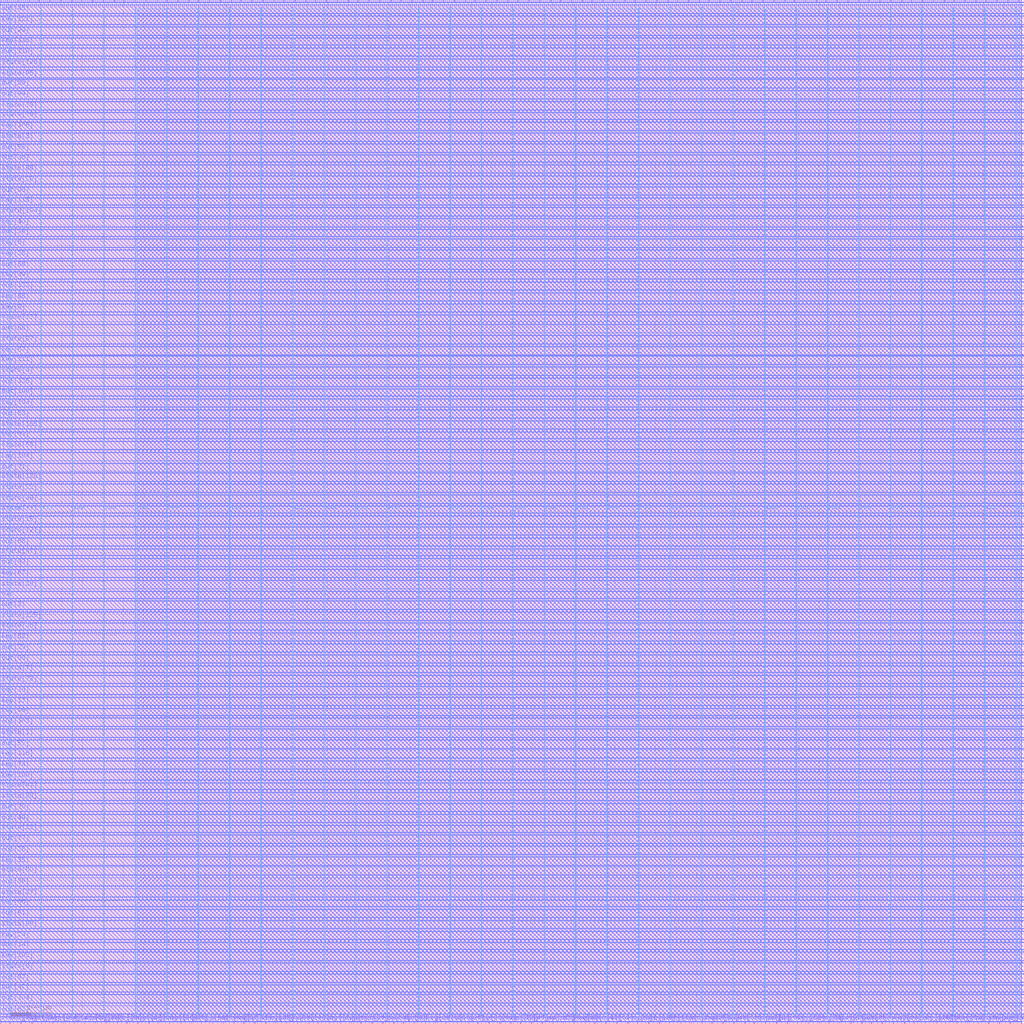
<source format=lef>
VERSION 5.7 ;
  NOWIREEXTENSIONATPIN ON ;
  DIVIDERCHAR "/" ;
  BUSBITCHARS "[]" ;
MACRO aes128
  CLASS BLOCK ;
  FOREIGN aes128 ;
  ORIGIN 0.000 0.000 ;
  SIZE 2500.000 BY 2500.000 ;
  PIN clk
    DIRECTION INPUT ;
    USE SIGNAL ;
    PORT
      LAYER Metal3 ;
        RECT 1.000 1038.240 4.000 1038.800 ;
    END
  END clk
  PIN key[0]
    DIRECTION INPUT ;
    USE SIGNAL ;
    PORT
      LAYER Metal2 ;
        RECT 2328.480 2496.000 2329.040 2499.000 ;
    END
  END key[0]
  PIN key[100]
    DIRECTION INPUT ;
    USE SIGNAL ;
    PORT
      LAYER Metal3 ;
        RECT 1.000 594.720 4.000 595.280 ;
    END
  END key[100]
  PIN key[101]
    DIRECTION INPUT ;
    USE SIGNAL ;
    PORT
      LAYER Metal2 ;
        RECT 2042.880 2496.000 2043.440 2499.000 ;
    END
  END key[101]
  PIN key[102]
    DIRECTION INPUT ;
    USE SIGNAL ;
    PORT
      LAYER Metal3 ;
        RECT 1.000 154.560 4.000 155.120 ;
    END
  END key[102]
  PIN key[103]
    DIRECTION INPUT ;
    USE SIGNAL ;
    PORT
      LAYER Metal3 ;
        RECT 1.000 1505.280 4.000 1505.840 ;
    END
  END key[103]
  PIN key[104]
    DIRECTION INPUT ;
    USE SIGNAL ;
    PORT
      LAYER Metal3 ;
        RECT 1.000 1374.240 4.000 1374.800 ;
    END
  END key[104]
  PIN key[105]
    DIRECTION INPUT ;
    USE SIGNAL ;
    PORT
      LAYER Metal3 ;
        RECT 2496.000 460.320 2499.000 460.880 ;
    END
  END key[105]
  PIN key[106]
    DIRECTION INPUT ;
    USE SIGNAL ;
    PORT
      LAYER Metal3 ;
        RECT 1.000 2180.640 4.000 2181.200 ;
    END
  END key[106]
  PIN key[107]
    DIRECTION INPUT ;
    USE SIGNAL ;
    PORT
      LAYER Metal2 ;
        RECT 1004.640 2496.000 1005.200 2499.000 ;
    END
  END key[107]
  PIN key[108]
    DIRECTION INPUT ;
    USE SIGNAL ;
    PORT
      LAYER Metal2 ;
        RECT 850.080 2496.000 850.640 2499.000 ;
    END
  END key[108]
  PIN key[109]
    DIRECTION INPUT ;
    USE SIGNAL ;
    PORT
      LAYER Metal2 ;
        RECT 1706.880 2496.000 1707.440 2499.000 ;
    END
  END key[109]
  PIN key[10]
    DIRECTION INPUT ;
    USE SIGNAL ;
    PORT
      LAYER Metal3 ;
        RECT 2496.000 564.480 2499.000 565.040 ;
    END
  END key[10]
  PIN key[110]
    DIRECTION INPUT ;
    USE SIGNAL ;
    PORT
      LAYER Metal2 ;
        RECT 2224.320 2496.000 2224.880 2499.000 ;
    END
  END key[110]
  PIN key[111]
    DIRECTION INPUT ;
    USE SIGNAL ;
    PORT
      LAYER Metal3 ;
        RECT 1.000 1609.440 4.000 1610.000 ;
    END
  END key[111]
  PIN key[112]
    DIRECTION INPUT ;
    USE SIGNAL ;
    PORT
      LAYER Metal2 ;
        RECT 1323.840 1.000 1324.400 4.000 ;
    END
  END key[112]
  PIN key[113]
    DIRECTION INPUT ;
    USE SIGNAL ;
    PORT
      LAYER Metal3 ;
        RECT 2496.000 796.320 2499.000 796.880 ;
    END
  END key[113]
  PIN key[114]
    DIRECTION INPUT ;
    USE SIGNAL ;
    PORT
      LAYER Metal2 ;
        RECT 2405.760 2496.000 2406.320 2499.000 ;
    END
  END key[114]
  PIN key[115]
    DIRECTION INPUT ;
    USE SIGNAL ;
    PORT
      LAYER Metal3 ;
        RECT 1.000 1999.200 4.000 1999.760 ;
    END
  END key[115]
  PIN key[116]
    DIRECTION INPUT ;
    USE SIGNAL ;
    PORT
      LAYER Metal3 ;
        RECT 1.000 648.480 4.000 649.040 ;
    END
  END key[116]
  PIN key[117]
    DIRECTION INPUT ;
    USE SIGNAL ;
    PORT
      LAYER Metal3 ;
        RECT 2496.000 2355.360 2499.000 2355.920 ;
    END
  END key[117]
  PIN key[118]
    DIRECTION INPUT ;
    USE SIGNAL ;
    PORT
      LAYER Metal3 ;
        RECT 2496.000 1498.560 2499.000 1499.120 ;
    END
  END key[118]
  PIN key[119]
    DIRECTION INPUT ;
    USE SIGNAL ;
    PORT
      LAYER Metal2 ;
        RECT 2257.920 1.000 2258.480 4.000 ;
    END
  END key[119]
  PIN key[11]
    DIRECTION INPUT ;
    USE SIGNAL ;
    PORT
      LAYER Metal2 ;
        RECT 1938.720 2496.000 1939.280 2499.000 ;
    END
  END key[11]
  PIN key[120]
    DIRECTION INPUT ;
    USE SIGNAL ;
    PORT
      LAYER Metal2 ;
        RECT 1582.560 1.000 1583.120 4.000 ;
    END
  END key[120]
  PIN key[121]
    DIRECTION INPUT ;
    USE SIGNAL ;
    PORT
      LAYER Metal3 ;
        RECT 1.000 2439.360 4.000 2439.920 ;
    END
  END key[121]
  PIN key[122]
    DIRECTION INPUT ;
    USE SIGNAL ;
    PORT
      LAYER Metal2 ;
        RECT 954.240 2496.000 954.800 2499.000 ;
    END
  END key[122]
  PIN key[123]
    DIRECTION INPUT ;
    USE SIGNAL ;
    PORT
      LAYER Metal3 ;
        RECT 2496.000 2120.160 2499.000 2120.720 ;
    END
  END key[123]
  PIN key[124]
    DIRECTION INPUT ;
    USE SIGNAL ;
    PORT
      LAYER Metal3 ;
        RECT 2496.000 900.480 2499.000 901.040 ;
    END
  END key[124]
  PIN key[125]
    DIRECTION INPUT ;
    USE SIGNAL ;
    PORT
      LAYER Metal3 ;
        RECT 1.000 2388.960 4.000 2389.520 ;
    END
  END key[125]
  PIN key[126]
    DIRECTION INPUT ;
    USE SIGNAL ;
    PORT
      LAYER Metal2 ;
        RECT 1861.440 2496.000 1862.000 2499.000 ;
    END
  END key[126]
  PIN key[127]
    DIRECTION INPUT ;
    USE SIGNAL ;
    PORT
      LAYER Metal3 ;
        RECT 2496.000 1811.040 2499.000 1811.600 ;
    END
  END key[127]
  PIN key[12]
    DIRECTION INPUT ;
    USE SIGNAL ;
    PORT
      LAYER Metal2 ;
        RECT 571.200 1.000 571.760 4.000 ;
    END
  END key[12]
  PIN key[13]
    DIRECTION INPUT ;
    USE SIGNAL ;
    PORT
      LAYER Metal3 ;
        RECT 2496.000 1317.120 2499.000 1317.680 ;
    END
  END key[13]
  PIN key[14]
    DIRECTION INPUT ;
    USE SIGNAL ;
    PORT
      LAYER Metal2 ;
        RECT 154.560 1.000 155.120 4.000 ;
    END
  END key[14]
  PIN key[15]
    DIRECTION INPUT ;
    USE SIGNAL ;
    PORT
      LAYER Metal2 ;
        RECT 2439.360 1.000 2439.920 4.000 ;
    END
  END key[15]
  PIN key[16]
    DIRECTION INPUT ;
    USE SIGNAL ;
    PORT
      LAYER Metal2 ;
        RECT 1532.160 1.000 1532.720 4.000 ;
    END
  END key[16]
  PIN key[17]
    DIRECTION INPUT ;
    USE SIGNAL ;
    PORT
      LAYER Metal3 ;
        RECT 1.000 776.160 4.000 776.720 ;
    END
  END key[17]
  PIN key[18]
    DIRECTION INPUT ;
    USE SIGNAL ;
    PORT
      LAYER Metal3 ;
        RECT 1.000 803.040 4.000 803.600 ;
    END
  END key[18]
  PIN key[19]
    DIRECTION INPUT ;
    USE SIGNAL ;
    PORT
      LAYER Metal3 ;
        RECT 2496.000 588.000 2499.000 588.560 ;
    END
  END key[19]
  PIN key[1]
    DIRECTION INPUT ;
    USE SIGNAL ;
    PORT
      LAYER Metal3 ;
        RECT 2496.000 2328.480 2499.000 2329.040 ;
    END
  END key[1]
  PIN key[20]
    DIRECTION INPUT ;
    USE SIGNAL ;
    PORT
      LAYER Metal2 ;
        RECT 2207.520 1.000 2208.080 4.000 ;
    END
  END key[20]
  PIN key[21]
    DIRECTION INPUT ;
    USE SIGNAL ;
    PORT
      LAYER Metal3 ;
        RECT 2496.000 1680.000 2499.000 1680.560 ;
    END
  END key[21]
  PIN key[22]
    DIRECTION INPUT ;
    USE SIGNAL ;
    PORT
      LAYER Metal3 ;
        RECT 2496.000 2486.400 2499.000 2486.960 ;
    END
  END key[22]
  PIN key[23]
    DIRECTION INPUT ;
    USE SIGNAL ;
    PORT
      LAYER Metal2 ;
        RECT 1632.960 1.000 1633.520 4.000 ;
    END
  END key[23]
  PIN key[24]
    DIRECTION INPUT ;
    USE SIGNAL ;
    PORT
      LAYER Metal3 ;
        RECT 1.000 204.960 4.000 205.520 ;
    END
  END key[24]
  PIN key[25]
    DIRECTION INPUT ;
    USE SIGNAL ;
    PORT
      LAYER Metal2 ;
        RECT 614.880 2496.000 615.440 2499.000 ;
    END
  END key[25]
  PIN key[26]
    DIRECTION INPUT ;
    USE SIGNAL ;
    PORT
      LAYER Metal2 ;
        RECT 564.480 2496.000 565.040 2499.000 ;
    END
  END key[26]
  PIN key[27]
    DIRECTION INPUT ;
    USE SIGNAL ;
    PORT
      LAYER Metal2 ;
        RECT 1263.360 2496.000 1263.920 2499.000 ;
    END
  END key[27]
  PIN key[28]
    DIRECTION INPUT ;
    USE SIGNAL ;
    PORT
      LAYER Metal3 ;
        RECT 1.000 1868.160 4.000 1868.720 ;
    END
  END key[28]
  PIN key[29]
    DIRECTION INPUT ;
    USE SIGNAL ;
    PORT
      LAYER Metal2 ;
        RECT 231.840 1.000 232.400 4.000 ;
    END
  END key[29]
  PIN key[2]
    DIRECTION INPUT ;
    USE SIGNAL ;
    PORT
      LAYER Metal3 ;
        RECT 2496.000 1992.480 2499.000 1993.040 ;
    END
  END key[2]
  PIN key[30]
    DIRECTION INPUT ;
    USE SIGNAL ;
    PORT
      LAYER Metal3 ;
        RECT 2496.000 1212.960 2499.000 1213.520 ;
    END
  END key[30]
  PIN key[31]
    DIRECTION INPUT ;
    USE SIGNAL ;
    PORT
      LAYER Metal2 ;
        RECT 94.080 2496.000 94.640 2499.000 ;
    END
  END key[31]
  PIN key[32]
    DIRECTION INPUT ;
    USE SIGNAL ;
    PORT
      LAYER Metal2 ;
        RECT 2335.200 1.000 2335.760 4.000 ;
    END
  END key[32]
  PIN key[33]
    DIRECTION INPUT ;
    USE SIGNAL ;
    PORT
      LAYER Metal3 ;
        RECT 2496.000 329.280 2499.000 329.840 ;
    END
  END key[33]
  PIN key[34]
    DIRECTION INPUT ;
    USE SIGNAL ;
    PORT
      LAYER Metal3 ;
        RECT 2496.000 1548.960 2499.000 1549.520 ;
    END
  END key[34]
  PIN key[35]
    DIRECTION INPUT ;
    USE SIGNAL ;
    PORT
      LAYER Metal3 ;
        RECT 1.000 386.400 4.000 386.960 ;
    END
  END key[35]
  PIN key[36]
    DIRECTION INPUT ;
    USE SIGNAL ;
    PORT
      LAYER Metal3 ;
        RECT 2496.000 2459.520 2499.000 2460.080 ;
    END
  END key[36]
  PIN key[37]
    DIRECTION INPUT ;
    USE SIGNAL ;
    PORT
      LAYER Metal3 ;
        RECT 2496.000 1108.800 2499.000 1109.360 ;
    END
  END key[37]
  PIN key[38]
    DIRECTION INPUT ;
    USE SIGNAL ;
    PORT
      LAYER Metal3 ;
        RECT 2496.000 2224.320 2499.000 2224.880 ;
    END
  END key[38]
  PIN key[39]
    DIRECTION INPUT ;
    USE SIGNAL ;
    PORT
      LAYER Metal3 ;
        RECT 1.000 1817.760 4.000 1818.320 ;
    END
  END key[39]
  PIN key[3]
    DIRECTION INPUT ;
    USE SIGNAL ;
    PORT
      LAYER Metal2 ;
        RECT 1602.720 2496.000 1603.280 2499.000 ;
    END
  END key[3]
  PIN key[40]
    DIRECTION INPUT ;
    USE SIGNAL ;
    PORT
      LAYER Metal3 ;
        RECT 1.000 1945.440 4.000 1946.000 ;
    END
  END key[40]
  PIN key[41]
    DIRECTION INPUT ;
    USE SIGNAL ;
    PORT
      LAYER Metal2 ;
        RECT 594.720 1.000 595.280 4.000 ;
    END
  END key[41]
  PIN key[42]
    DIRECTION INPUT ;
    USE SIGNAL ;
    PORT
      LAYER Metal2 ;
        RECT 2153.760 1.000 2154.320 4.000 ;
    END
  END key[42]
  PIN key[43]
    DIRECTION INPUT ;
    USE SIGNAL ;
    PORT
      LAYER Metal2 ;
        RECT 1212.960 2496.000 1213.520 2499.000 ;
    END
  END key[43]
  PIN key[44]
    DIRECTION INPUT ;
    USE SIGNAL ;
    PORT
      LAYER Metal2 ;
        RECT 1764.000 1.000 1764.560 4.000 ;
    END
  END key[44]
  PIN key[45]
    DIRECTION INPUT ;
    USE SIGNAL ;
    PORT
      LAYER Metal2 ;
        RECT 1992.480 2496.000 1993.040 2499.000 ;
    END
  END key[45]
  PIN key[46]
    DIRECTION INPUT ;
    USE SIGNAL ;
    PORT
      LAYER Metal2 ;
        RECT 2412.480 1.000 2413.040 4.000 ;
    END
  END key[46]
  PIN key[47]
    DIRECTION INPUT ;
    USE SIGNAL ;
    PORT
      LAYER Metal2 ;
        RECT 1401.120 1.000 1401.680 4.000 ;
    END
  END key[47]
  PIN key[48]
    DIRECTION INPUT ;
    USE SIGNAL ;
    PORT
      LAYER Metal2 ;
        RECT 1444.800 2496.000 1445.360 2499.000 ;
    END
  END key[48]
  PIN key[49]
    DIRECTION INPUT ;
    USE SIGNAL ;
    PORT
      LAYER Metal2 ;
        RECT 1270.080 1.000 1270.640 4.000 ;
    END
  END key[49]
  PIN key[4]
    DIRECTION INPUT ;
    USE SIGNAL ;
    PORT
      LAYER Metal3 ;
        RECT 2496.000 2016.000 2499.000 2016.560 ;
    END
  END key[4]
  PIN key[50]
    DIRECTION INPUT ;
    USE SIGNAL ;
    PORT
      LAYER Metal2 ;
        RECT 1055.040 2496.000 1055.600 2499.000 ;
    END
  END key[50]
  PIN key[51]
    DIRECTION INPUT ;
    USE SIGNAL ;
    PORT
      LAYER Metal3 ;
        RECT 2496.000 1290.240 2499.000 1290.800 ;
    END
  END key[51]
  PIN key[52]
    DIRECTION INPUT ;
    USE SIGNAL ;
    PORT
      LAYER Metal2 ;
        RECT 1945.440 1.000 1946.000 4.000 ;
    END
  END key[52]
  PIN key[53]
    DIRECTION INPUT ;
    USE SIGNAL ;
    PORT
      LAYER Metal3 ;
        RECT 2496.000 1888.320 2499.000 1888.880 ;
    END
  END key[53]
  PIN key[54]
    DIRECTION INPUT ;
    USE SIGNAL ;
    PORT
      LAYER Metal3 ;
        RECT 2496.000 1861.440 2499.000 1862.000 ;
    END
  END key[54]
  PIN key[55]
    DIRECTION INPUT ;
    USE SIGNAL ;
    PORT
      LAYER Metal2 ;
        RECT 1088.640 1.000 1089.200 4.000 ;
    END
  END key[55]
  PIN key[56]
    DIRECTION INPUT ;
    USE SIGNAL ;
    PORT
      LAYER Metal2 ;
        RECT 285.600 1.000 286.160 4.000 ;
    END
  END key[56]
  PIN key[57]
    DIRECTION INPUT ;
    USE SIGNAL ;
    PORT
      LAYER Metal3 ;
        RECT 1.000 1632.960 4.000 1633.520 ;
    END
  END key[57]
  PIN key[58]
    DIRECTION INPUT ;
    USE SIGNAL ;
    PORT
      LAYER Metal3 ;
        RECT 2496.000 483.840 2499.000 484.400 ;
    END
  END key[58]
  PIN key[59]
    DIRECTION INPUT ;
    USE SIGNAL ;
    PORT
      LAYER Metal2 ;
        RECT 483.840 2496.000 484.400 2499.000 ;
    END
  END key[59]
  PIN key[5]
    DIRECTION INPUT ;
    USE SIGNAL ;
    PORT
      LAYER Metal2 ;
        RECT 1999.200 1.000 1999.760 4.000 ;
    END
  END key[5]
  PIN key[60]
    DIRECTION INPUT ;
    USE SIGNAL ;
    PORT
      LAYER Metal3 ;
        RECT 2496.000 43.680 2499.000 44.240 ;
    END
  END key[60]
  PIN key[61]
    DIRECTION INPUT ;
    USE SIGNAL ;
    PORT
      LAYER Metal2 ;
        RECT 43.680 2496.000 44.240 2499.000 ;
    END
  END key[61]
  PIN key[62]
    DIRECTION INPUT ;
    USE SIGNAL ;
    PORT
      LAYER Metal3 ;
        RECT 1.000 934.080 4.000 934.640 ;
    END
  END key[62]
  PIN key[63]
    DIRECTION INPUT ;
    USE SIGNAL ;
    PORT
      LAYER Metal3 ;
        RECT 2496.000 2382.240 2499.000 2382.800 ;
    END
  END key[63]
  PIN key[64]
    DIRECTION INPUT ;
    USE SIGNAL ;
    PORT
      LAYER Metal2 ;
        RECT 934.080 1.000 934.640 4.000 ;
    END
  END key[64]
  PIN key[65]
    DIRECTION INPUT ;
    USE SIGNAL ;
    PORT
      LAYER Metal2 ;
        RECT 1165.920 1.000 1166.480 4.000 ;
    END
  END key[65]
  PIN key[66]
    DIRECTION INPUT ;
    USE SIGNAL ;
    PORT
      LAYER Metal2 ;
        RECT 406.560 2496.000 407.120 2499.000 ;
    END
  END key[66]
  PIN key[67]
    DIRECTION INPUT ;
    USE SIGNAL ;
    PORT
      LAYER Metal3 ;
        RECT 2496.000 2173.920 2499.000 2174.480 ;
    END
  END key[67]
  PIN key[68]
    DIRECTION INPUT ;
    USE SIGNAL ;
    PORT
      LAYER Metal2 ;
        RECT 641.760 2496.000 642.320 2499.000 ;
    END
  END key[68]
  PIN key[69]
    DIRECTION INPUT ;
    USE SIGNAL ;
    PORT
      LAYER Metal2 ;
        RECT 147.840 2496.000 148.400 2499.000 ;
    END
  END key[69]
  PIN key[6]
    DIRECTION INPUT ;
    USE SIGNAL ;
    PORT
      LAYER Metal3 ;
        RECT 1.000 1895.040 4.000 1895.600 ;
    END
  END key[6]
  PIN key[70]
    DIRECTION INPUT ;
    USE SIGNAL ;
    PORT
      LAYER Metal2 ;
        RECT 356.160 2496.000 356.720 2499.000 ;
    END
  END key[70]
  PIN key[71]
    DIRECTION INPUT ;
    USE SIGNAL ;
    PORT
      LAYER Metal3 ;
        RECT 2496.000 614.880 2499.000 615.440 ;
    END
  END key[71]
  PIN key[72]
    DIRECTION INPUT ;
    USE SIGNAL ;
    PORT
      LAYER Metal2 ;
        RECT 752.640 1.000 753.200 4.000 ;
    END
  END key[72]
  PIN key[73]
    DIRECTION INPUT ;
    USE SIGNAL ;
    PORT
      LAYER Metal2 ;
        RECT 1135.680 2496.000 1136.240 2499.000 ;
    END
  END key[73]
  PIN key[74]
    DIRECTION INPUT ;
    USE SIGNAL ;
    PORT
      LAYER Metal3 ;
        RECT 1.000 621.600 4.000 622.160 ;
    END
  END key[74]
  PIN key[75]
    DIRECTION INPUT ;
    USE SIGNAL ;
    PORT
      LAYER Metal2 ;
        RECT 1239.840 2496.000 1240.400 2499.000 ;
    END
  END key[75]
  PIN key[76]
    DIRECTION INPUT ;
    USE SIGNAL ;
    PORT
      LAYER Metal3 ;
        RECT 2496.000 252.000 2499.000 252.560 ;
    END
  END key[76]
  PIN key[77]
    DIRECTION INPUT ;
    USE SIGNAL ;
    PORT
      LAYER Metal2 ;
        RECT 648.480 1.000 649.040 4.000 ;
    END
  END key[77]
  PIN key[78]
    DIRECTION INPUT ;
    USE SIGNAL ;
    PORT
      LAYER Metal2 ;
        RECT 1471.680 2496.000 1472.240 2499.000 ;
    END
  END key[78]
  PIN key[79]
    DIRECTION INPUT ;
    USE SIGNAL ;
    PORT
      LAYER Metal3 ;
        RECT 2496.000 1706.880 2499.000 1707.440 ;
    END
  END key[79]
  PIN key[7]
    DIRECTION INPUT ;
    USE SIGNAL ;
    PORT
      LAYER Metal3 ;
        RECT 2496.000 174.720 2499.000 175.280 ;
    END
  END key[7]
  PIN key[80]
    DIRECTION INPUT ;
    USE SIGNAL ;
    PORT
      LAYER Metal2 ;
        RECT 2486.400 2496.000 2486.960 2499.000 ;
    END
  END key[80]
  PIN key[81]
    DIRECTION INPUT ;
    USE SIGNAL ;
    PORT
      LAYER Metal3 ;
        RECT 1.000 1428.000 4.000 1428.560 ;
    END
  END key[81]
  PIN key[82]
    DIRECTION INPUT ;
    USE SIGNAL ;
    PORT
      LAYER Metal2 ;
        RECT 1498.560 2496.000 1499.120 2499.000 ;
    END
  END key[82]
  PIN key[83]
    DIRECTION INPUT ;
    USE SIGNAL ;
    PORT
      LAYER Metal2 ;
        RECT 2173.920 2496.000 2174.480 2499.000 ;
    END
  END key[83]
  PIN key[84]
    DIRECTION INPUT ;
    USE SIGNAL ;
    PORT
      LAYER Metal3 ;
        RECT 2496.000 2069.760 2499.000 2070.320 ;
    END
  END key[84]
  PIN key[85]
    DIRECTION INPUT ;
    USE SIGNAL ;
    PORT
      LAYER Metal3 ;
        RECT 1.000 285.600 4.000 286.160 ;
    END
  END key[85]
  PIN key[86]
    DIRECTION INPUT ;
    USE SIGNAL ;
    PORT
      LAYER Metal3 ;
        RECT 2496.000 2042.880 2499.000 2043.440 ;
    END
  END key[86]
  PIN key[87]
    DIRECTION INPUT ;
    USE SIGNAL ;
    PORT
      LAYER Metal3 ;
        RECT 1.000 1088.640 4.000 1089.200 ;
    END
  END key[87]
  PIN key[88]
    DIRECTION INPUT ;
    USE SIGNAL ;
    PORT
      LAYER Metal2 ;
        RECT 490.560 1.000 491.120 4.000 ;
    END
  END key[88]
  PIN key[89]
    DIRECTION INPUT ;
    USE SIGNAL ;
    PORT
      LAYER Metal2 ;
        RECT 252.000 2496.000 252.560 2499.000 ;
    END
  END key[89]
  PIN key[8]
    DIRECTION INPUT ;
    USE SIGNAL ;
    PORT
      LAYER Metal3 ;
        RECT 1.000 1737.120 4.000 1737.680 ;
    END
  END key[8]
  PIN key[90]
    DIRECTION INPUT ;
    USE SIGNAL ;
    PORT
      LAYER Metal2 ;
        RECT 1038.240 1.000 1038.800 4.000 ;
    END
  END key[90]
  PIN key[91]
    DIRECTION INPUT ;
    USE SIGNAL ;
    PORT
      LAYER Metal2 ;
        RECT 829.920 1.000 830.480 4.000 ;
    END
  END key[91]
  PIN key[92]
    DIRECTION INPUT ;
    USE SIGNAL ;
    PORT
      LAYER Metal2 ;
        RECT 362.880 1.000 363.440 4.000 ;
    END
  END key[92]
  PIN key[93]
    DIRECTION INPUT ;
    USE SIGNAL ;
    PORT
      LAYER Metal2 ;
        RECT 2180.640 1.000 2181.200 4.000 ;
    END
  END key[93]
  PIN key[94]
    DIRECTION INPUT ;
    USE SIGNAL ;
    PORT
      LAYER Metal2 ;
        RECT 698.880 1.000 699.440 4.000 ;
    END
  END key[94]
  PIN key[95]
    DIRECTION INPUT ;
    USE SIGNAL ;
    PORT
      LAYER Metal3 ;
        RECT 1.000 2493.120 4.000 2493.680 ;
    END
  END key[95]
  PIN key[96]
    DIRECTION INPUT ;
    USE SIGNAL ;
    PORT
      LAYER Metal3 ;
        RECT 1.000 1764.000 4.000 1764.560 ;
    END
  END key[96]
  PIN key[97]
    DIRECTION INPUT ;
    USE SIGNAL ;
    PORT
      LAYER Metal2 ;
        RECT 745.920 2496.000 746.480 2499.000 ;
    END
  END key[97]
  PIN key[98]
    DIRECTION INPUT ;
    USE SIGNAL ;
    PORT
      LAYER Metal3 ;
        RECT 1.000 752.640 4.000 753.200 ;
    END
  END key[98]
  PIN key[99]
    DIRECTION INPUT ;
    USE SIGNAL ;
    PORT
      LAYER Metal2 ;
        RECT 1159.200 2496.000 1159.760 2499.000 ;
    END
  END key[99]
  PIN key[9]
    DIRECTION INPUT ;
    USE SIGNAL ;
    PORT
      LAYER Metal3 ;
        RECT 2496.000 954.240 2499.000 954.800 ;
    END
  END key[9]
  PIN out[0]
    DIRECTION OUTPUT TRISTATE ;
    USE SIGNAL ;
    PORT
      LAYER Metal2 ;
        RECT 1011.360 1.000 1011.920 4.000 ;
    END
  END out[0]
  PIN out[100]
    DIRECTION OUTPUT TRISTATE ;
    USE SIGNAL ;
    PORT
      LAYER Metal3 ;
        RECT 2496.000 406.560 2499.000 407.120 ;
    END
  END out[100]
  PIN out[101]
    DIRECTION OUTPUT TRISTATE ;
    USE SIGNAL ;
    PORT
      LAYER Metal2 ;
        RECT 16.800 2496.000 17.360 2499.000 ;
    END
  END out[101]
  PIN out[102]
    DIRECTION OUTPUT TRISTATE ;
    USE SIGNAL ;
    PORT
      LAYER Metal3 ;
        RECT 2496.000 302.400 2499.000 302.960 ;
    END
  END out[102]
  PIN out[103]
    DIRECTION OUTPUT TRISTATE ;
    USE SIGNAL ;
    PORT
      LAYER Metal3 ;
        RECT 1.000 725.760 4.000 726.320 ;
    END
  END out[103]
  PIN out[104]
    DIRECTION OUTPUT TRISTATE ;
    USE SIGNAL ;
    PORT
      LAYER Metal3 ;
        RECT 1.000 50.400 4.000 50.960 ;
    END
  END out[104]
  PIN out[105]
    DIRECTION OUTPUT TRISTATE ;
    USE SIGNAL ;
    PORT
      LAYER Metal2 ;
        RECT 2284.800 1.000 2285.360 4.000 ;
    END
  END out[105]
  PIN out[106]
    DIRECTION OUTPUT TRISTATE ;
    USE SIGNAL ;
    PORT
      LAYER Metal2 ;
        RECT 803.040 1.000 803.600 4.000 ;
    END
  END out[106]
  PIN out[107]
    DIRECTION OUTPUT TRISTATE ;
    USE SIGNAL ;
    PORT
      LAYER Metal2 ;
        RECT 2096.640 2496.000 2097.200 2499.000 ;
    END
  END out[107]
  PIN out[108]
    DIRECTION OUTPUT TRISTATE ;
    USE SIGNAL ;
    PORT
      LAYER Metal3 ;
        RECT 1.000 1532.160 4.000 1532.720 ;
    END
  END out[108]
  PIN out[109]
    DIRECTION OUTPUT TRISTATE ;
    USE SIGNAL ;
    PORT
      LAYER Metal2 ;
        RECT 198.240 2496.000 198.800 2499.000 ;
    END
  END out[109]
  PIN out[10]
    DIRECTION OUTPUT TRISTATE ;
    USE SIGNAL ;
    PORT
      LAYER Metal2 ;
        RECT 1142.400 1.000 1142.960 4.000 ;
    END
  END out[10]
  PIN out[110]
    DIRECTION OUTPUT TRISTATE ;
    USE SIGNAL ;
    PORT
      LAYER Metal3 ;
        RECT 1.000 2362.080 4.000 2362.640 ;
    END
  END out[110]
  PIN out[111]
    DIRECTION OUTPUT TRISTATE ;
    USE SIGNAL ;
    PORT
      LAYER Metal2 ;
        RECT 1394.400 2496.000 1394.960 2499.000 ;
    END
  END out[111]
  PIN out[112]
    DIRECTION OUTPUT TRISTATE ;
    USE SIGNAL ;
    PORT
      LAYER Metal2 ;
        RECT 1525.440 2496.000 1526.000 2499.000 ;
    END
  END out[112]
  PIN out[113]
    DIRECTION OUTPUT TRISTATE ;
    USE SIGNAL ;
    PORT
      LAYER Metal3 ;
        RECT 2496.000 537.600 2499.000 538.160 ;
    END
  END out[113]
  PIN out[114]
    DIRECTION OUTPUT TRISTATE ;
    USE SIGNAL ;
    PORT
      LAYER Metal3 ;
        RECT 2496.000 2251.200 2499.000 2251.760 ;
    END
  END out[114]
  PIN out[115]
    DIRECTION OUTPUT TRISTATE ;
    USE SIGNAL ;
    PORT
      LAYER Metal2 ;
        RECT 2049.600 1.000 2050.160 4.000 ;
    END
  END out[115]
  PIN out[116]
    DIRECTION OUTPUT TRISTATE ;
    USE SIGNAL ;
    PORT
      LAYER Metal3 ;
        RECT 2496.000 873.600 2499.000 874.160 ;
    END
  END out[116]
  PIN out[117]
    DIRECTION OUTPUT TRISTATE ;
    USE SIGNAL ;
    PORT
      LAYER Metal3 ;
        RECT 2496.000 927.360 2499.000 927.920 ;
    END
  END out[117]
  PIN out[118]
    DIRECTION OUTPUT TRISTATE ;
    USE SIGNAL ;
    PORT
      LAYER Metal2 ;
        RECT 1609.440 1.000 1610.000 4.000 ;
    END
  END out[118]
  PIN out[119]
    DIRECTION OUTPUT TRISTATE ;
    USE SIGNAL ;
    PORT
      LAYER Metal2 ;
        RECT 725.760 1.000 726.320 4.000 ;
    END
  END out[119]
  PIN out[11]
    DIRECTION OUTPUT TRISTATE ;
    USE SIGNAL ;
    PORT
      LAYER Metal2 ;
        RECT 856.800 1.000 857.360 4.000 ;
    END
  END out[11]
  PIN out[120]
    DIRECTION OUTPUT TRISTATE ;
    USE SIGNAL ;
    PORT
      LAYER Metal3 ;
        RECT 2496.000 668.640 2499.000 669.200 ;
    END
  END out[120]
  PIN out[121]
    DIRECTION OUTPUT TRISTATE ;
    USE SIGNAL ;
    PORT
      LAYER Metal3 ;
        RECT 2496.000 1965.600 2499.000 1966.160 ;
    END
  END out[121]
  PIN out[122]
    DIRECTION OUTPUT TRISTATE ;
    USE SIGNAL ;
    PORT
      LAYER Metal3 ;
        RECT 1.000 1790.880 4.000 1791.440 ;
    END
  END out[122]
  PIN out[123]
    DIRECTION OUTPUT TRISTATE ;
    USE SIGNAL ;
    PORT
      LAYER Metal2 ;
        RECT 413.280 1.000 413.840 4.000 ;
    END
  END out[123]
  PIN out[124]
    DIRECTION OUTPUT TRISTATE ;
    USE SIGNAL ;
    PORT
      LAYER Metal3 ;
        RECT 2496.000 1629.600 2499.000 1630.160 ;
    END
  END out[124]
  PIN out[125]
    DIRECTION OUTPUT TRISTATE ;
    USE SIGNAL ;
    PORT
      LAYER Metal3 ;
        RECT 1.000 1555.680 4.000 1556.240 ;
    END
  END out[125]
  PIN out[126]
    DIRECTION OUTPUT TRISTATE ;
    USE SIGNAL ;
    PORT
      LAYER Metal3 ;
        RECT 2496.000 823.200 2499.000 823.760 ;
    END
  END out[126]
  PIN out[127]
    DIRECTION OUTPUT TRISTATE ;
    USE SIGNAL ;
    PORT
      LAYER Metal2 ;
        RECT 120.960 2496.000 121.520 2499.000 ;
    END
  END out[127]
  PIN out[12]
    DIRECTION OUTPUT TRISTATE ;
    USE SIGNAL ;
    PORT
      LAYER Metal3 ;
        RECT 2496.000 1367.520 2499.000 1368.080 ;
    END
  END out[12]
  PIN out[13]
    DIRECTION OUTPUT TRISTATE ;
    USE SIGNAL ;
    PORT
      LAYER Metal2 ;
        RECT 1548.960 2496.000 1549.520 2499.000 ;
    END
  END out[13]
  PIN out[14]
    DIRECTION OUTPUT TRISTATE ;
    USE SIGNAL ;
    PORT
      LAYER Metal3 ;
        RECT 1.000 181.440 4.000 182.000 ;
    END
  END out[14]
  PIN out[15]
    DIRECTION OUTPUT TRISTATE ;
    USE SIGNAL ;
    PORT
      LAYER Metal3 ;
        RECT 2496.000 433.440 2499.000 434.000 ;
    END
  END out[15]
  PIN out[16]
    DIRECTION OUTPUT TRISTATE ;
    USE SIGNAL ;
    PORT
      LAYER Metal2 ;
        RECT 1344.000 2496.000 1344.560 2499.000 ;
    END
  END out[16]
  PIN out[17]
    DIRECTION OUTPUT TRISTATE ;
    USE SIGNAL ;
    PORT
      LAYER Metal3 ;
        RECT 1.000 440.160 4.000 440.720 ;
    END
  END out[17]
  PIN out[18]
    DIRECTION OUTPUT TRISTATE ;
    USE SIGNAL ;
    PORT
      LAYER Metal2 ;
        RECT 537.600 2496.000 538.160 2499.000 ;
    END
  END out[18]
  PIN out[19]
    DIRECTION OUTPUT TRISTATE ;
    USE SIGNAL ;
    PORT
      LAYER Metal3 ;
        RECT 2496.000 1602.720 2499.000 1603.280 ;
    END
  END out[19]
  PIN out[1]
    DIRECTION OUTPUT TRISTATE ;
    USE SIGNAL ;
    PORT
      LAYER Metal2 ;
        RECT 984.480 1.000 985.040 4.000 ;
    END
  END out[1]
  PIN out[20]
    DIRECTION OUTPUT TRISTATE ;
    USE SIGNAL ;
    PORT
      LAYER Metal2 ;
        RECT 880.320 1.000 880.880 4.000 ;
    END
  END out[20]
  PIN out[21]
    DIRECTION OUTPUT TRISTATE ;
    USE SIGNAL ;
    PORT
      LAYER Metal3 ;
        RECT 2496.000 850.080 2499.000 850.640 ;
    END
  END out[21]
  PIN out[22]
    DIRECTION OUTPUT TRISTATE ;
    USE SIGNAL ;
    PORT
      LAYER Metal2 ;
        RECT 796.320 2496.000 796.880 2499.000 ;
    END
  END out[22]
  PIN out[23]
    DIRECTION OUTPUT TRISTATE ;
    USE SIGNAL ;
    PORT
      LAYER Metal2 ;
        RECT 383.040 2496.000 383.600 2499.000 ;
    END
  END out[23]
  PIN out[24]
    DIRECTION OUTPUT TRISTATE ;
    USE SIGNAL ;
    PORT
      LAYER Metal3 ;
        RECT 2496.000 225.120 2499.000 225.680 ;
    END
  END out[24]
  PIN out[25]
    DIRECTION OUTPUT TRISTATE ;
    USE SIGNAL ;
    PORT
      LAYER Metal2 ;
        RECT 1115.520 1.000 1116.080 4.000 ;
    END
  END out[25]
  PIN out[26]
    DIRECTION OUTPUT TRISTATE ;
    USE SIGNAL ;
    PORT
      LAYER Metal2 ;
        RECT 2200.800 2496.000 2201.360 2499.000 ;
    END
  END out[26]
  PIN out[27]
    DIRECTION OUTPUT TRISTATE ;
    USE SIGNAL ;
    PORT
      LAYER Metal3 ;
        RECT 2496.000 1653.120 2499.000 1653.680 ;
    END
  END out[27]
  PIN out[28]
    DIRECTION OUTPUT TRISTATE ;
    USE SIGNAL ;
    PORT
      LAYER Metal3 ;
        RECT 1.000 413.280 4.000 413.840 ;
    END
  END out[28]
  PIN out[29]
    DIRECTION OUTPUT TRISTATE ;
    USE SIGNAL ;
    PORT
      LAYER Metal3 ;
        RECT 1.000 2412.480 4.000 2413.040 ;
    END
  END out[29]
  PIN out[2]
    DIRECTION OUTPUT TRISTATE ;
    USE SIGNAL ;
    PORT
      LAYER Metal3 ;
        RECT 1.000 1011.360 4.000 1011.920 ;
    END
  END out[2]
  PIN out[30]
    DIRECTION OUTPUT TRISTATE ;
    USE SIGNAL ;
    PORT
      LAYER Metal2 ;
        RECT 1451.520 1.000 1452.080 4.000 ;
    END
  END out[30]
  PIN out[31]
    DIRECTION OUTPUT TRISTATE ;
    USE SIGNAL ;
    PORT
      LAYER Metal2 ;
        RECT 588.000 2496.000 588.560 2499.000 ;
    END
  END out[31]
  PIN out[32]
    DIRECTION OUTPUT TRISTATE ;
    USE SIGNAL ;
    PORT
      LAYER Metal2 ;
        RECT 2120.160 2496.000 2120.720 2499.000 ;
    END
  END out[32]
  PIN out[33]
    DIRECTION OUTPUT TRISTATE ;
    USE SIGNAL ;
    PORT
      LAYER Metal3 ;
        RECT 2496.000 1757.280 2499.000 1757.840 ;
    END
  END out[33]
  PIN out[34]
    DIRECTION OUTPUT TRISTATE ;
    USE SIGNAL ;
    PORT
      LAYER Metal2 ;
        RECT 127.680 1.000 128.240 4.000 ;
    END
  END out[34]
  PIN out[35]
    DIRECTION OUTPUT TRISTATE ;
    USE SIGNAL ;
    PORT
      LAYER Metal3 ;
        RECT 1.000 2103.360 4.000 2103.920 ;
    END
  END out[35]
  PIN out[36]
    DIRECTION OUTPUT TRISTATE ;
    USE SIGNAL ;
    PORT
      LAYER Metal2 ;
        RECT 174.720 2496.000 175.280 2499.000 ;
    END
  END out[36]
  PIN out[37]
    DIRECTION OUTPUT TRISTATE ;
    USE SIGNAL ;
    PORT
      LAYER Metal2 ;
        RECT 1575.840 2496.000 1576.400 2499.000 ;
    END
  END out[37]
  PIN out[38]
    DIRECTION OUTPUT TRISTATE ;
    USE SIGNAL ;
    PORT
      LAYER Metal3 ;
        RECT 1.000 1921.920 4.000 1922.480 ;
    END
  END out[38]
  PIN out[39]
    DIRECTION OUTPUT TRISTATE ;
    USE SIGNAL ;
    PORT
      LAYER Metal3 ;
        RECT 1.000 336.000 4.000 336.560 ;
    END
  END out[39]
  PIN out[3]
    DIRECTION OUTPUT TRISTATE ;
    USE SIGNAL ;
    PORT
      LAYER Metal2 ;
        RECT 2103.360 1.000 2103.920 4.000 ;
    END
  END out[3]
  PIN out[40]
    DIRECTION OUTPUT TRISTATE ;
    USE SIGNAL ;
    PORT
      LAYER Metal3 ;
        RECT 2496.000 1031.520 2499.000 1032.080 ;
    END
  END out[40]
  PIN out[41]
    DIRECTION OUTPUT TRISTATE ;
    USE SIGNAL ;
    PORT
      LAYER Metal3 ;
        RECT 2496.000 94.080 2499.000 94.640 ;
    END
  END out[41]
  PIN out[42]
    DIRECTION OUTPUT TRISTATE ;
    USE SIGNAL ;
    PORT
      LAYER Metal3 ;
        RECT 1.000 77.280 4.000 77.840 ;
    END
  END out[42]
  PIN out[43]
    DIRECTION OUTPUT TRISTATE ;
    USE SIGNAL ;
    PORT
      LAYER Metal2 ;
        RECT 1108.800 2496.000 1109.360 2499.000 ;
    END
  END out[43]
  PIN out[44]
    DIRECTION OUTPUT TRISTATE ;
    USE SIGNAL ;
    PORT
      LAYER Metal2 ;
        RECT 1296.960 1.000 1297.520 4.000 ;
    END
  END out[44]
  PIN out[45]
    DIRECTION OUTPUT TRISTATE ;
    USE SIGNAL ;
    PORT
      LAYER Metal3 ;
        RECT 1.000 2466.240 4.000 2466.800 ;
    END
  END out[45]
  PIN out[46]
    DIRECTION OUTPUT TRISTATE ;
    USE SIGNAL ;
    PORT
      LAYER Metal2 ;
        RECT 1192.800 1.000 1193.360 4.000 ;
    END
  END out[46]
  PIN out[47]
    DIRECTION OUTPUT TRISTATE ;
    USE SIGNAL ;
    PORT
      LAYER Metal3 ;
        RECT 2496.000 383.040 2499.000 383.600 ;
    END
  END out[47]
  PIN out[48]
    DIRECTION OUTPUT TRISTATE ;
    USE SIGNAL ;
    PORT
      LAYER Metal2 ;
        RECT 2251.200 2496.000 2251.760 2499.000 ;
    END
  END out[48]
  PIN out[49]
    DIRECTION OUTPUT TRISTATE ;
    USE SIGNAL ;
    PORT
      LAYER Metal3 ;
        RECT 1.000 490.560 4.000 491.120 ;
    END
  END out[49]
  PIN out[4]
    DIRECTION OUTPUT TRISTATE ;
    USE SIGNAL ;
    PORT
      LAYER Metal2 ;
        RECT 1421.280 2496.000 1421.840 2499.000 ;
    END
  END out[4]
  PIN out[50]
    DIRECTION OUTPUT TRISTATE ;
    USE SIGNAL ;
    PORT
      LAYER Metal3 ;
        RECT 1.000 880.320 4.000 880.880 ;
    END
  END out[50]
  PIN out[51]
    DIRECTION OUTPUT TRISTATE ;
    USE SIGNAL ;
    PORT
      LAYER Metal2 ;
        RECT 2355.360 2496.000 2355.920 2499.000 ;
    END
  END out[51]
  PIN out[52]
    DIRECTION OUTPUT TRISTATE ;
    USE SIGNAL ;
    PORT
      LAYER Metal2 ;
        RECT 433.440 2496.000 434.000 2499.000 ;
    END
  END out[52]
  PIN out[53]
    DIRECTION OUTPUT TRISTATE ;
    USE SIGNAL ;
    PORT
      LAYER Metal3 ;
        RECT 1.000 672.000 4.000 672.560 ;
    END
  END out[53]
  PIN out[54]
    DIRECTION OUTPUT TRISTATE ;
    USE SIGNAL ;
    PORT
      LAYER Metal3 ;
        RECT 2496.000 16.800 2499.000 17.360 ;
    END
  END out[54]
  PIN out[55]
    DIRECTION OUTPUT TRISTATE ;
    USE SIGNAL ;
    PORT
      LAYER Metal3 ;
        RECT 1.000 2284.800 4.000 2285.360 ;
    END
  END out[55]
  PIN out[56]
    DIRECTION OUTPUT TRISTATE ;
    USE SIGNAL ;
    PORT
      LAYER Metal3 ;
        RECT 1.000 2126.880 4.000 2127.440 ;
    END
  END out[56]
  PIN out[57]
    DIRECTION OUTPUT TRISTATE ;
    USE SIGNAL ;
    PORT
      LAYER Metal2 ;
        RECT 1478.400 1.000 1478.960 4.000 ;
    END
  END out[57]
  PIN out[58]
    DIRECTION OUTPUT TRISTATE ;
    USE SIGNAL ;
    PORT
      LAYER Metal3 ;
        RECT 2496.000 977.760 2499.000 978.320 ;
    END
  END out[58]
  PIN out[59]
    DIRECTION OUTPUT TRISTATE ;
    USE SIGNAL ;
    PORT
      LAYER Metal3 ;
        RECT 2496.000 745.920 2499.000 746.480 ;
    END
  END out[59]
  PIN out[5]
    DIRECTION OUTPUT TRISTATE ;
    USE SIGNAL ;
    PORT
      LAYER Metal2 ;
        RECT 873.600 2496.000 874.160 2499.000 ;
    END
  END out[5]
  PIN out[60]
    DIRECTION OUTPUT TRISTATE ;
    USE SIGNAL ;
    PORT
      LAYER Metal3 ;
        RECT 2496.000 1186.080 2499.000 1186.640 ;
    END
  END out[60]
  PIN out[61]
    DIRECTION OUTPUT TRISTATE ;
    USE SIGNAL ;
    PORT
      LAYER Metal2 ;
        RECT 1790.880 1.000 1791.440 4.000 ;
    END
  END out[61]
  PIN out[62]
    DIRECTION OUTPUT TRISTATE ;
    USE SIGNAL ;
    PORT
      LAYER Metal3 ;
        RECT 1.000 23.520 4.000 24.080 ;
    END
  END out[62]
  PIN out[63]
    DIRECTION OUTPUT TRISTATE ;
    USE SIGNAL ;
    PORT
      LAYER Metal2 ;
        RECT 1737.120 1.000 1737.680 4.000 ;
    END
  END out[63]
  PIN out[64]
    DIRECTION OUTPUT TRISTATE ;
    USE SIGNAL ;
    PORT
      LAYER Metal2 ;
        RECT 2076.480 1.000 2077.040 4.000 ;
    END
  END out[64]
  PIN out[65]
    DIRECTION OUTPUT TRISTATE ;
    USE SIGNAL ;
    PORT
      LAYER Metal2 ;
        RECT 336.000 1.000 336.560 4.000 ;
    END
  END out[65]
  PIN out[66]
    DIRECTION OUTPUT TRISTATE ;
    USE SIGNAL ;
    PORT
      LAYER Metal3 ;
        RECT 1.000 1686.720 4.000 1687.280 ;
    END
  END out[66]
  PIN out[67]
    DIRECTION OUTPUT TRISTATE ;
    USE SIGNAL ;
    PORT
      LAYER Metal2 ;
        RECT 1895.040 1.000 1895.600 4.000 ;
    END
  END out[67]
  PIN out[68]
    DIRECTION OUTPUT TRISTATE ;
    USE SIGNAL ;
    PORT
      LAYER Metal3 ;
        RECT 1.000 1165.920 4.000 1166.480 ;
    END
  END out[68]
  PIN out[69]
    DIRECTION OUTPUT TRISTATE ;
    USE SIGNAL ;
    PORT
      LAYER Metal3 ;
        RECT 1.000 1841.280 4.000 1841.840 ;
    END
  END out[69]
  PIN out[6]
    DIRECTION OUTPUT TRISTATE ;
    USE SIGNAL ;
    PORT
      LAYER Metal3 ;
        RECT 2496.000 2432.640 2499.000 2433.200 ;
    END
  END out[6]
  PIN out[70]
    DIRECTION OUTPUT TRISTATE ;
    USE SIGNAL ;
    PORT
      LAYER Metal3 ;
        RECT 1.000 517.440 4.000 518.000 ;
    END
  END out[70]
  PIN out[71]
    DIRECTION OUTPUT TRISTATE ;
    USE SIGNAL ;
    PORT
      LAYER Metal3 ;
        RECT 1.000 1347.360 4.000 1347.920 ;
    END
  END out[71]
  PIN out[72]
    DIRECTION OUTPUT TRISTATE ;
    USE SIGNAL ;
    PORT
      LAYER Metal2 ;
        RECT 672.000 1.000 672.560 4.000 ;
    END
  END out[72]
  PIN out[73]
    DIRECTION OUTPUT TRISTATE ;
    USE SIGNAL ;
    PORT
      LAYER Metal3 ;
        RECT 2496.000 1344.000 2499.000 1344.560 ;
    END
  END out[73]
  PIN out[74]
    DIRECTION OUTPUT TRISTATE ;
    USE SIGNAL ;
    PORT
      LAYER Metal2 ;
        RECT 2126.880 1.000 2127.440 4.000 ;
    END
  END out[74]
  PIN out[75]
    DIRECTION OUTPUT TRISTATE ;
    USE SIGNAL ;
    PORT
      LAYER Metal2 ;
        RECT 1965.600 2496.000 1966.160 2499.000 ;
    END
  END out[75]
  PIN out[76]
    DIRECTION OUTPUT TRISTATE ;
    USE SIGNAL ;
    PORT
      LAYER Metal2 ;
        RECT 440.160 1.000 440.720 4.000 ;
    END
  END out[76]
  PIN out[77]
    DIRECTION OUTPUT TRISTATE ;
    USE SIGNAL ;
    PORT
      LAYER Metal2 ;
        RECT 510.720 2496.000 511.280 2499.000 ;
    END
  END out[77]
  PIN out[78]
    DIRECTION OUTPUT TRISTATE ;
    USE SIGNAL ;
    PORT
      LAYER Metal3 ;
        RECT 2496.000 2147.040 2499.000 2147.600 ;
    END
  END out[78]
  PIN out[79]
    DIRECTION OUTPUT TRISTATE ;
    USE SIGNAL ;
    PORT
      LAYER Metal3 ;
        RECT 1.000 907.200 4.000 907.760 ;
    END
  END out[79]
  PIN out[7]
    DIRECTION OUTPUT TRISTATE ;
    USE SIGNAL ;
    PORT
      LAYER Metal3 ;
        RECT 2496.000 1938.720 2499.000 1939.280 ;
    END
  END out[7]
  PIN out[80]
    DIRECTION OUTPUT TRISTATE ;
    USE SIGNAL ;
    PORT
      LAYER Metal2 ;
        RECT 1367.520 2496.000 1368.080 2499.000 ;
    END
  END out[80]
  PIN out[81]
    DIRECTION OUTPUT TRISTATE ;
    USE SIGNAL ;
    PORT
      LAYER Metal3 ;
        RECT 1.000 258.720 4.000 259.280 ;
    END
  END out[81]
  PIN out[82]
    DIRECTION OUTPUT TRISTATE ;
    USE SIGNAL ;
    PORT
      LAYER Metal3 ;
        RECT 1.000 1115.520 4.000 1116.080 ;
    END
  END out[82]
  PIN out[83]
    DIRECTION OUTPUT TRISTATE ;
    USE SIGNAL ;
    PORT
      LAYER Metal3 ;
        RECT 1.000 1478.400 4.000 1478.960 ;
    END
  END out[83]
  PIN out[84]
    DIRECTION OUTPUT TRISTATE ;
    USE SIGNAL ;
    PORT
      LAYER Metal2 ;
        RECT 1081.920 2496.000 1082.480 2499.000 ;
    END
  END out[84]
  PIN out[85]
    DIRECTION OUTPUT TRISTATE ;
    USE SIGNAL ;
    PORT
      LAYER Metal2 ;
        RECT 23.520 1.000 24.080 4.000 ;
    END
  END out[85]
  PIN out[86]
    DIRECTION OUTPUT TRISTATE ;
    USE SIGNAL ;
    PORT
      LAYER Metal2 ;
        RECT 692.160 2496.000 692.720 2499.000 ;
    END
  END out[86]
  PIN out[87]
    DIRECTION OUTPUT TRISTATE ;
    USE SIGNAL ;
    PORT
      LAYER Metal2 ;
        RECT 1246.560 1.000 1247.120 4.000 ;
    END
  END out[87]
  PIN out[88]
    DIRECTION OUTPUT TRISTATE ;
    USE SIGNAL ;
    PORT
      LAYER Metal2 ;
        RECT 2493.120 1.000 2493.680 4.000 ;
    END
  END out[88]
  PIN out[89]
    DIRECTION OUTPUT TRISTATE ;
    USE SIGNAL ;
    PORT
      LAYER Metal3 ;
        RECT 2496.000 2405.760 2499.000 2406.320 ;
    END
  END out[89]
  PIN out[8]
    DIRECTION OUTPUT TRISTATE ;
    USE SIGNAL ;
    PORT
      LAYER Metal3 ;
        RECT 2496.000 198.240 2499.000 198.800 ;
    END
  END out[8]
  PIN out[90]
    DIRECTION OUTPUT TRISTATE ;
    USE SIGNAL ;
    PORT
      LAYER Metal2 ;
        RECT 1186.080 2496.000 1186.640 2499.000 ;
    END
  END out[90]
  PIN out[91]
    DIRECTION OUTPUT TRISTATE ;
    USE SIGNAL ;
    PORT
      LAYER Metal2 ;
        RECT 77.280 1.000 77.840 4.000 ;
    END
  END out[91]
  PIN out[92]
    DIRECTION OUTPUT TRISTATE ;
    USE SIGNAL ;
    PORT
      LAYER Metal2 ;
        RECT 467.040 1.000 467.600 4.000 ;
    END
  END out[92]
  PIN out[93]
    DIRECTION OUTPUT TRISTATE ;
    USE SIGNAL ;
    PORT
      LAYER Metal2 ;
        RECT 1061.760 1.000 1062.320 4.000 ;
    END
  END out[93]
  PIN out[94]
    DIRECTION OUTPUT TRISTATE ;
    USE SIGNAL ;
    PORT
      LAYER Metal2 ;
        RECT 2278.080 2496.000 2278.640 2499.000 ;
    END
  END out[94]
  PIN out[95]
    DIRECTION OUTPUT TRISTATE ;
    USE SIGNAL ;
    PORT
      LAYER Metal3 ;
        RECT 1.000 2022.720 4.000 2023.280 ;
    END
  END out[95]
  PIN out[96]
    DIRECTION OUTPUT TRISTATE ;
    USE SIGNAL ;
    PORT
      LAYER Metal2 ;
        RECT 907.200 1.000 907.760 4.000 ;
    END
  END out[96]
  PIN out[97]
    DIRECTION OUTPUT TRISTATE ;
    USE SIGNAL ;
    PORT
      LAYER Metal3 ;
        RECT 1.000 100.800 4.000 101.360 ;
    END
  END out[97]
  PIN out[98]
    DIRECTION OUTPUT TRISTATE ;
    USE SIGNAL ;
    PORT
      LAYER Metal3 ;
        RECT 2496.000 1081.920 2499.000 1082.480 ;
    END
  END out[98]
  PIN out[99]
    DIRECTION OUTPUT TRISTATE ;
    USE SIGNAL ;
    PORT
      LAYER Metal3 ;
        RECT 1.000 2257.920 4.000 2258.480 ;
    END
  END out[99]
  PIN out[9]
    DIRECTION OUTPUT TRISTATE ;
    USE SIGNAL ;
    PORT
      LAYER Metal2 ;
        RECT 1868.160 1.000 1868.720 4.000 ;
    END
  END out[9]
  PIN state[0]
    DIRECTION INPUT ;
    USE SIGNAL ;
    PORT
      LAYER Metal3 ;
        RECT 1.000 127.680 4.000 128.240 ;
    END
  END state[0]
  PIN state[100]
    DIRECTION INPUT ;
    USE SIGNAL ;
    PORT
      LAYER Metal2 ;
        RECT 2388.960 1.000 2389.520 4.000 ;
    END
  END state[100]
  PIN state[101]
    DIRECTION INPUT ;
    USE SIGNAL ;
    PORT
      LAYER Metal3 ;
        RECT 2496.000 1444.800 2499.000 1445.360 ;
    END
  END state[101]
  PIN state[102]
    DIRECTION INPUT ;
    USE SIGNAL ;
    PORT
      LAYER Metal2 ;
        RECT 1888.320 2496.000 1888.880 2499.000 ;
    END
  END state[102]
  PIN state[103]
    DIRECTION INPUT ;
    USE SIGNAL ;
    PORT
      LAYER Metal3 ;
        RECT 2496.000 1159.200 2499.000 1159.760 ;
    END
  END state[103]
  PIN state[104]
    DIRECTION INPUT ;
    USE SIGNAL ;
    PORT
      LAYER Metal3 ;
        RECT 1.000 1972.320 4.000 1972.880 ;
    END
  END state[104]
  PIN state[105]
    DIRECTION INPUT ;
    USE SIGNAL ;
    PORT
      LAYER Metal3 ;
        RECT 1.000 1451.520 4.000 1452.080 ;
    END
  END state[105]
  PIN state[106]
    DIRECTION INPUT ;
    USE SIGNAL ;
    PORT
      LAYER Metal3 ;
        RECT 2496.000 147.840 2499.000 148.400 ;
    END
  END state[106]
  PIN state[107]
    DIRECTION INPUT ;
    USE SIGNAL ;
    PORT
      LAYER Metal2 ;
        RECT 1680.000 2496.000 1680.560 2499.000 ;
    END
  END state[107]
  PIN state[108]
    DIRECTION INPUT ;
    USE SIGNAL ;
    PORT
      LAYER Metal2 ;
        RECT 2231.040 1.000 2231.600 4.000 ;
    END
  END state[108]
  PIN state[109]
    DIRECTION INPUT ;
    USE SIGNAL ;
    PORT
      LAYER Metal2 ;
        RECT 302.400 2496.000 302.960 2499.000 ;
    END
  END state[109]
  PIN state[10]
    DIRECTION INPUT ;
    USE SIGNAL ;
    PORT
      LAYER Metal2 ;
        RECT 309.120 1.000 309.680 4.000 ;
    END
  END state[10]
  PIN state[110]
    DIRECTION INPUT ;
    USE SIGNAL ;
    PORT
      LAYER Metal3 ;
        RECT 2496.000 1135.680 2499.000 1136.240 ;
    END
  END state[110]
  PIN state[111]
    DIRECTION INPUT ;
    USE SIGNAL ;
    PORT
      LAYER Metal2 ;
        RECT 70.560 2496.000 71.120 2499.000 ;
    END
  END state[111]
  PIN state[112]
    DIRECTION INPUT ;
    USE SIGNAL ;
    PORT
      LAYER Metal3 ;
        RECT 2496.000 1525.440 2499.000 1526.000 ;
    END
  END state[112]
  PIN state[113]
    DIRECTION INPUT ;
    USE SIGNAL ;
    PORT
      LAYER Metal2 ;
        RECT 621.600 1.000 622.160 4.000 ;
    END
  END state[113]
  PIN state[114]
    DIRECTION INPUT ;
    USE SIGNAL ;
    PORT
      LAYER Metal2 ;
        RECT 2308.320 1.000 2308.880 4.000 ;
    END
  END state[114]
  PIN state[115]
    DIRECTION INPUT ;
    USE SIGNAL ;
    PORT
      LAYER Metal2 ;
        RECT 927.360 2496.000 927.920 2499.000 ;
    END
  END state[115]
  PIN state[116]
    DIRECTION INPUT ;
    USE SIGNAL ;
    PORT
      LAYER Metal2 ;
        RECT 2304.960 2496.000 2305.520 2499.000 ;
    END
  END state[116]
  PIN state[117]
    DIRECTION INPUT ;
    USE SIGNAL ;
    PORT
      LAYER Metal3 ;
        RECT 2496.000 1784.160 2499.000 1784.720 ;
    END
  END state[117]
  PIN state[118]
    DIRECTION INPUT ;
    USE SIGNAL ;
    PORT
      LAYER Metal2 ;
        RECT 823.200 2496.000 823.760 2499.000 ;
    END
  END state[118]
  PIN state[119]
    DIRECTION INPUT ;
    USE SIGNAL ;
    PORT
      LAYER Metal2 ;
        RECT 1031.520 2496.000 1032.080 2499.000 ;
    END
  END state[119]
  PIN state[11]
    DIRECTION INPUT ;
    USE SIGNAL ;
    PORT
      LAYER Metal3 ;
        RECT 2496.000 356.160 2499.000 356.720 ;
    END
  END state[11]
  PIN state[120]
    DIRECTION INPUT ;
    USE SIGNAL ;
    PORT
      LAYER Metal3 ;
        RECT 1.000 1323.840 4.000 1324.400 ;
    END
  END state[120]
  PIN state[121]
    DIRECTION INPUT ;
    USE SIGNAL ;
    PORT
      LAYER Metal3 ;
        RECT 1.000 1192.800 4.000 1193.360 ;
    END
  END state[121]
  PIN state[122]
    DIRECTION INPUT ;
    USE SIGNAL ;
    PORT
      LAYER Metal2 ;
        RECT 1811.040 2496.000 1811.600 2499.000 ;
    END
  END state[122]
  PIN state[123]
    DIRECTION INPUT ;
    USE SIGNAL ;
    PORT
      LAYER Metal2 ;
        RECT 1290.240 2496.000 1290.800 2499.000 ;
    END
  END state[123]
  PIN state[124]
    DIRECTION INPUT ;
    USE SIGNAL ;
    PORT
      LAYER Metal2 ;
        RECT 329.280 2496.000 329.840 2499.000 ;
    END
  END state[124]
  PIN state[125]
    DIRECTION INPUT ;
    USE SIGNAL ;
    PORT
      LAYER Metal3 ;
        RECT 1.000 984.480 4.000 985.040 ;
    END
  END state[125]
  PIN state[126]
    DIRECTION INPUT ;
    USE SIGNAL ;
    PORT
      LAYER Metal3 ;
        RECT 1.000 2335.200 4.000 2335.760 ;
    END
  END state[126]
  PIN state[127]
    DIRECTION INPUT ;
    USE SIGNAL ;
    PORT
      LAYER Metal3 ;
        RECT 2496.000 1730.400 2499.000 1730.960 ;
    END
  END state[127]
  PIN state[12]
    DIRECTION INPUT ;
    USE SIGNAL ;
    PORT
      LAYER Metal3 ;
        RECT 2496.000 1575.840 2499.000 1576.400 ;
    END
  END state[12]
  PIN state[13]
    DIRECTION INPUT ;
    USE SIGNAL ;
    PORT
      LAYER Metal2 ;
        RECT 1555.680 1.000 1556.240 4.000 ;
    END
  END state[13]
  PIN state[14]
    DIRECTION INPUT ;
    USE SIGNAL ;
    PORT
      LAYER Metal3 ;
        RECT 2496.000 1421.280 2499.000 1421.840 ;
    END
  END state[14]
  PIN state[15]
    DIRECTION INPUT ;
    USE SIGNAL ;
    PORT
      LAYER Metal3 ;
        RECT 1.000 1219.680 4.000 1220.240 ;
    END
  END state[15]
  PIN state[16]
    DIRECTION INPUT ;
    USE SIGNAL ;
    PORT
      LAYER Metal2 ;
        RECT 2362.080 1.000 2362.640 4.000 ;
    END
  END state[16]
  PIN state[17]
    DIRECTION INPUT ;
    USE SIGNAL ;
    PORT
      LAYER Metal2 ;
        RECT 1730.400 2496.000 1730.960 2499.000 ;
    END
  END state[17]
  PIN state[18]
    DIRECTION INPUT ;
    USE SIGNAL ;
    PORT
      LAYER Metal2 ;
        RECT 2432.640 2496.000 2433.200 2499.000 ;
    END
  END state[18]
  PIN state[19]
    DIRECTION INPUT ;
    USE SIGNAL ;
    PORT
      LAYER Metal2 ;
        RECT 1374.240 1.000 1374.800 4.000 ;
    END
  END state[19]
  PIN state[1]
    DIRECTION INPUT ;
    USE SIGNAL ;
    PORT
      LAYER Metal3 ;
        RECT 1.000 698.880 4.000 699.440 ;
    END
  END state[1]
  PIN state[20]
    DIRECTION INPUT ;
    USE SIGNAL ;
    PORT
      LAYER Metal3 ;
        RECT 2496.000 510.720 2499.000 511.280 ;
    END
  END state[20]
  PIN state[21]
    DIRECTION INPUT ;
    USE SIGNAL ;
    PORT
      LAYER Metal2 ;
        RECT 460.320 2496.000 460.880 2499.000 ;
    END
  END state[21]
  PIN state[22]
    DIRECTION INPUT ;
    USE SIGNAL ;
    PORT
      LAYER Metal3 ;
        RECT 1.000 467.040 4.000 467.600 ;
    END
  END state[22]
  PIN state[23]
    DIRECTION INPUT ;
    USE SIGNAL ;
    PORT
      LAYER Metal2 ;
        RECT 258.720 1.000 259.280 4.000 ;
    END
  END state[23]
  PIN state[24]
    DIRECTION INPUT ;
    USE SIGNAL ;
    PORT
      LAYER Metal2 ;
        RECT 977.760 2496.000 978.320 2499.000 ;
    END
  END state[24]
  PIN state[25]
    DIRECTION INPUT ;
    USE SIGNAL ;
    PORT
      LAYER Metal3 ;
        RECT 1.000 960.960 4.000 961.520 ;
    END
  END state[25]
  PIN state[26]
    DIRECTION INPUT ;
    USE SIGNAL ;
    PORT
      LAYER Metal3 ;
        RECT 2496.000 2304.960 2499.000 2305.520 ;
    END
  END state[26]
  PIN state[27]
    DIRECTION INPUT ;
    USE SIGNAL ;
    PORT
      LAYER Metal3 ;
        RECT 1.000 309.120 4.000 309.680 ;
    END
  END state[27]
  PIN state[28]
    DIRECTION INPUT ;
    USE SIGNAL ;
    PORT
      LAYER Metal2 ;
        RECT 2069.760 2496.000 2070.320 2499.000 ;
    END
  END state[28]
  PIN state[29]
    DIRECTION INPUT ;
    USE SIGNAL ;
    PORT
      LAYER Metal3 ;
        RECT 2496.000 1004.640 2499.000 1005.200 ;
    END
  END state[29]
  PIN state[2]
    DIRECTION INPUT ;
    USE SIGNAL ;
    PORT
      LAYER Metal2 ;
        RECT 1921.920 1.000 1922.480 4.000 ;
    END
  END state[2]
  PIN state[30]
    DIRECTION INPUT ;
    USE SIGNAL ;
    PORT
      LAYER Metal3 ;
        RECT 1.000 1061.760 4.000 1062.320 ;
    END
  END state[30]
  PIN state[31]
    DIRECTION INPUT ;
    USE SIGNAL ;
    PORT
      LAYER Metal2 ;
        RECT 1841.280 1.000 1841.840 4.000 ;
    END
  END state[31]
  PIN state[32]
    DIRECTION INPUT ;
    USE SIGNAL ;
    PORT
      LAYER Metal3 ;
        RECT 1.000 1296.960 4.000 1297.520 ;
    END
  END state[32]
  PIN state[33]
    DIRECTION INPUT ;
    USE SIGNAL ;
    PORT
      LAYER Metal3 ;
        RECT 1.000 1713.600 4.000 1714.160 ;
    END
  END state[33]
  PIN state[34]
    DIRECTION INPUT ;
    USE SIGNAL ;
    PORT
      LAYER Metal2 ;
        RECT 2466.240 1.000 2466.800 4.000 ;
    END
  END state[34]
  PIN state[35]
    DIRECTION INPUT ;
    USE SIGNAL ;
    PORT
      LAYER Metal3 ;
        RECT 2496.000 641.760 2499.000 642.320 ;
    END
  END state[35]
  PIN state[36]
    DIRECTION INPUT ;
    USE SIGNAL ;
    PORT
      LAYER Metal2 ;
        RECT 900.480 2496.000 901.040 2499.000 ;
    END
  END state[36]
  PIN state[37]
    DIRECTION INPUT ;
    USE SIGNAL ;
    PORT
      LAYER Metal3 ;
        RECT 2496.000 2096.640 2499.000 2097.200 ;
    END
  END state[37]
  PIN state[38]
    DIRECTION INPUT ;
    USE SIGNAL ;
    PORT
      LAYER Metal3 ;
        RECT 1.000 2049.600 4.000 2050.160 ;
    END
  END state[38]
  PIN state[39]
    DIRECTION INPUT ;
    USE SIGNAL ;
    PORT
      LAYER Metal3 ;
        RECT 1.000 2231.040 4.000 2231.600 ;
    END
  END state[39]
  PIN state[3]
    DIRECTION INPUT ;
    USE SIGNAL ;
    PORT
      LAYER Metal3 ;
        RECT 1.000 2153.760 4.000 2154.320 ;
    END
  END state[3]
  PIN state[40]
    DIRECTION INPUT ;
    USE SIGNAL ;
    PORT
      LAYER Metal2 ;
        RECT 100.800 1.000 101.360 4.000 ;
    END
  END state[40]
  PIN state[41]
    DIRECTION INPUT ;
    USE SIGNAL ;
    PORT
      LAYER Metal3 ;
        RECT 1.000 571.200 4.000 571.760 ;
    END
  END state[41]
  PIN state[42]
    DIRECTION INPUT ;
    USE SIGNAL ;
    PORT
      LAYER Metal3 ;
        RECT 2496.000 1263.360 2499.000 1263.920 ;
    END
  END state[42]
  PIN state[43]
    DIRECTION INPUT ;
    USE SIGNAL ;
    PORT
      LAYER Metal2 ;
        RECT 1428.000 1.000 1428.560 4.000 ;
    END
  END state[43]
  PIN state[44]
    DIRECTION INPUT ;
    USE SIGNAL ;
    PORT
      LAYER Metal2 ;
        RECT 1784.160 2496.000 1784.720 2499.000 ;
    END
  END state[44]
  PIN state[45]
    DIRECTION INPUT ;
    USE SIGNAL ;
    PORT
      LAYER Metal2 ;
        RECT 2382.240 2496.000 2382.800 2499.000 ;
    END
  END state[45]
  PIN state[46]
    DIRECTION INPUT ;
    USE SIGNAL ;
    PORT
      LAYER Metal2 ;
        RECT 225.120 2496.000 225.680 2499.000 ;
    END
  END state[46]
  PIN state[47]
    DIRECTION INPUT ;
    USE SIGNAL ;
    PORT
      LAYER Metal3 ;
        RECT 1.000 1142.400 4.000 1142.960 ;
    END
  END state[47]
  PIN state[48]
    DIRECTION INPUT ;
    USE SIGNAL ;
    PORT
      LAYER Metal3 ;
        RECT 1.000 1270.080 4.000 1270.640 ;
    END
  END state[48]
  PIN state[49]
    DIRECTION INPUT ;
    USE SIGNAL ;
    PORT
      LAYER Metal2 ;
        RECT 2459.520 2496.000 2460.080 2499.000 ;
    END
  END state[49]
  PIN state[4]
    DIRECTION INPUT ;
    USE SIGNAL ;
    PORT
      LAYER Metal3 ;
        RECT 1.000 1582.560 4.000 1583.120 ;
    END
  END state[4]
  PIN state[50]
    DIRECTION INPUT ;
    USE SIGNAL ;
    PORT
      LAYER Metal3 ;
        RECT 1.000 362.880 4.000 363.440 ;
    END
  END state[50]
  PIN state[51]
    DIRECTION INPUT ;
    USE SIGNAL ;
    PORT
      LAYER Metal3 ;
        RECT 2496.000 769.440 2499.000 770.000 ;
    END
  END state[51]
  PIN state[52]
    DIRECTION INPUT ;
    USE SIGNAL ;
    PORT
      LAYER Metal2 ;
        RECT 1713.600 1.000 1714.160 4.000 ;
    END
  END state[52]
  PIN state[53]
    DIRECTION INPUT ;
    USE SIGNAL ;
    PORT
      LAYER Metal2 ;
        RECT 2147.040 2496.000 2147.600 2499.000 ;
    END
  END state[53]
  PIN state[54]
    DIRECTION INPUT ;
    USE SIGNAL ;
    PORT
      LAYER Metal2 ;
        RECT 668.640 2496.000 669.200 2499.000 ;
    END
  END state[54]
  PIN state[55]
    DIRECTION INPUT ;
    USE SIGNAL ;
    PORT
      LAYER Metal2 ;
        RECT 776.160 1.000 776.720 4.000 ;
    END
  END state[55]
  PIN state[56]
    DIRECTION INPUT ;
    USE SIGNAL ;
    PORT
      LAYER Metal3 ;
        RECT 2496.000 1471.680 2499.000 1472.240 ;
    END
  END state[56]
  PIN state[57]
    DIRECTION INPUT ;
    USE SIGNAL ;
    PORT
      LAYER Metal2 ;
        RECT 2022.720 1.000 2023.280 4.000 ;
    END
  END state[57]
  PIN state[58]
    DIRECTION INPUT ;
    USE SIGNAL ;
    PORT
      LAYER Metal3 ;
        RECT 2496.000 719.040 2499.000 719.600 ;
    END
  END state[58]
  PIN state[59]
    DIRECTION INPUT ;
    USE SIGNAL ;
    PORT
      LAYER Metal3 ;
        RECT 1.000 1401.120 4.000 1401.680 ;
    END
  END state[59]
  PIN state[5]
    DIRECTION INPUT ;
    USE SIGNAL ;
    PORT
      LAYER Metal3 ;
        RECT 2496.000 70.560 2499.000 71.120 ;
    END
  END state[5]
  PIN state[60]
    DIRECTION INPUT ;
    USE SIGNAL ;
    PORT
      LAYER Metal2 ;
        RECT 386.400 1.000 386.960 4.000 ;
    END
  END state[60]
  PIN state[61]
    DIRECTION INPUT ;
    USE SIGNAL ;
    PORT
      LAYER Metal2 ;
        RECT 1219.680 1.000 1220.240 4.000 ;
    END
  END state[61]
  PIN state[62]
    DIRECTION INPUT ;
    USE SIGNAL ;
    PORT
      LAYER Metal3 ;
        RECT 2496.000 1055.040 2499.000 1055.600 ;
    END
  END state[62]
  PIN state[63]
    DIRECTION INPUT ;
    USE SIGNAL ;
    PORT
      LAYER Metal2 ;
        RECT 2016.000 2496.000 2016.560 2499.000 ;
    END
  END state[63]
  PIN state[64]
    DIRECTION INPUT ;
    USE SIGNAL ;
    PORT
      LAYER Metal3 ;
        RECT 2496.000 2200.800 2499.000 2201.360 ;
    END
  END state[64]
  PIN state[65]
    DIRECTION INPUT ;
    USE SIGNAL ;
    PORT
      LAYER Metal3 ;
        RECT 2496.000 120.960 2499.000 121.520 ;
    END
  END state[65]
  PIN state[66]
    DIRECTION INPUT ;
    USE SIGNAL ;
    PORT
      LAYER Metal2 ;
        RECT 204.960 1.000 205.520 4.000 ;
    END
  END state[66]
  PIN state[67]
    DIRECTION INPUT ;
    USE SIGNAL ;
    PORT
      LAYER Metal3 ;
        RECT 2496.000 1394.400 2499.000 1394.960 ;
    END
  END state[67]
  PIN state[68]
    DIRECTION INPUT ;
    USE SIGNAL ;
    PORT
      LAYER Metal2 ;
        RECT 50.400 1.000 50.960 4.000 ;
    END
  END state[68]
  PIN state[69]
    DIRECTION INPUT ;
    USE SIGNAL ;
    PORT
      LAYER Metal3 ;
        RECT 2496.000 2278.080 2499.000 2278.640 ;
    END
  END state[69]
  PIN state[6]
    DIRECTION INPUT ;
    USE SIGNAL ;
    PORT
      LAYER Metal2 ;
        RECT 1915.200 2496.000 1915.760 2499.000 ;
    END
  END state[6]
  PIN state[70]
    DIRECTION INPUT ;
    USE SIGNAL ;
    PORT
      LAYER Metal3 ;
        RECT 2496.000 278.880 2499.000 279.440 ;
    END
  END state[70]
  PIN state[71]
    DIRECTION INPUT ;
    USE SIGNAL ;
    PORT
      LAYER Metal2 ;
        RECT 1834.560 2496.000 1835.120 2499.000 ;
    END
  END state[71]
  PIN state[72]
    DIRECTION INPUT ;
    USE SIGNAL ;
    PORT
      LAYER Metal2 ;
        RECT 1686.720 1.000 1687.280 4.000 ;
    END
  END state[72]
  PIN state[73]
    DIRECTION INPUT ;
    USE SIGNAL ;
    PORT
      LAYER Metal3 ;
        RECT 1.000 829.920 4.000 830.480 ;
    END
  END state[73]
  PIN state[74]
    DIRECTION INPUT ;
    USE SIGNAL ;
    PORT
      LAYER Metal2 ;
        RECT 1659.840 1.000 1660.400 4.000 ;
    END
  END state[74]
  PIN state[75]
    DIRECTION INPUT ;
    USE SIGNAL ;
    PORT
      LAYER Metal2 ;
        RECT 0.000 1.000 0.560 4.000 ;
    END
  END state[75]
  PIN state[76]
    DIRECTION INPUT ;
    USE SIGNAL ;
    PORT
      LAYER Metal2 ;
        RECT 1972.320 1.000 1972.880 4.000 ;
    END
  END state[76]
  PIN state[77]
    DIRECTION INPUT ;
    USE SIGNAL ;
    PORT
      LAYER Metal3 ;
        RECT 1.000 1246.560 4.000 1247.120 ;
    END
  END state[77]
  PIN state[78]
    DIRECTION INPUT ;
    USE SIGNAL ;
    PORT
      LAYER Metal3 ;
        RECT 1.000 2207.520 4.000 2208.080 ;
    END
  END state[78]
  PIN state[79]
    DIRECTION INPUT ;
    USE SIGNAL ;
    PORT
      LAYER Metal2 ;
        RECT 719.040 2496.000 719.600 2499.000 ;
    END
  END state[79]
  PIN state[7]
    DIRECTION INPUT ;
    USE SIGNAL ;
    PORT
      LAYER Metal3 ;
        RECT 1.000 856.800 4.000 857.360 ;
    END
  END state[7]
  PIN state[80]
    DIRECTION INPUT ;
    USE SIGNAL ;
    PORT
      LAYER Metal2 ;
        RECT 517.440 1.000 518.000 4.000 ;
    END
  END state[80]
  PIN state[81]
    DIRECTION INPUT ;
    USE SIGNAL ;
    PORT
      LAYER Metal2 ;
        RECT 181.440 1.000 182.000 4.000 ;
    END
  END state[81]
  PIN state[82]
    DIRECTION INPUT ;
    USE SIGNAL ;
    PORT
      LAYER Metal2 ;
        RECT 1317.120 2496.000 1317.680 2499.000 ;
    END
  END state[82]
  PIN state[83]
    DIRECTION INPUT ;
    USE SIGNAL ;
    PORT
      LAYER Metal2 ;
        RECT 769.440 2496.000 770.000 2499.000 ;
    END
  END state[83]
  PIN state[84]
    DIRECTION INPUT ;
    USE SIGNAL ;
    PORT
      LAYER Metal2 ;
        RECT 1347.360 1.000 1347.920 4.000 ;
    END
  END state[84]
  PIN state[85]
    DIRECTION INPUT ;
    USE SIGNAL ;
    PORT
      LAYER Metal2 ;
        RECT 1757.280 2496.000 1757.840 2499.000 ;
    END
  END state[85]
  PIN state[86]
    DIRECTION INPUT ;
    USE SIGNAL ;
    PORT
      LAYER Metal3 ;
        RECT 2496.000 692.160 2499.000 692.720 ;
    END
  END state[86]
  PIN state[87]
    DIRECTION INPUT ;
    USE SIGNAL ;
    PORT
      LAYER Metal3 ;
        RECT 1.000 1659.840 4.000 1660.400 ;
    END
  END state[87]
  PIN state[88]
    DIRECTION INPUT ;
    USE SIGNAL ;
    PORT
      LAYER Metal3 ;
        RECT 2496.000 1915.200 2499.000 1915.760 ;
    END
  END state[88]
  PIN state[89]
    DIRECTION INPUT ;
    USE SIGNAL ;
    PORT
      LAYER Metal2 ;
        RECT 544.320 1.000 544.880 4.000 ;
    END
  END state[89]
  PIN state[8]
    DIRECTION INPUT ;
    USE SIGNAL ;
    PORT
      LAYER Metal2 ;
        RECT 960.960 1.000 961.520 4.000 ;
    END
  END state[8]
  PIN state[90]
    DIRECTION INPUT ;
    USE SIGNAL ;
    PORT
      LAYER Metal3 ;
        RECT 1.000 231.840 4.000 232.400 ;
    END
  END state[90]
  PIN state[91]
    DIRECTION INPUT ;
    USE SIGNAL ;
    PORT
      LAYER Metal3 ;
        RECT 2496.000 1834.560 2499.000 1835.120 ;
    END
  END state[91]
  PIN state[92]
    DIRECTION INPUT ;
    USE SIGNAL ;
    PORT
      LAYER Metal2 ;
        RECT 1505.280 1.000 1505.840 4.000 ;
    END
  END state[92]
  PIN state[93]
    DIRECTION INPUT ;
    USE SIGNAL ;
    PORT
      LAYER Metal2 ;
        RECT 1653.120 2496.000 1653.680 2499.000 ;
    END
  END state[93]
  PIN state[94]
    DIRECTION INPUT ;
    USE SIGNAL ;
    PORT
      LAYER Metal2 ;
        RECT 1629.600 2496.000 1630.160 2499.000 ;
    END
  END state[94]
  PIN state[95]
    DIRECTION INPUT ;
    USE SIGNAL ;
    PORT
      LAYER Metal3 ;
        RECT 1.000 2308.320 4.000 2308.880 ;
    END
  END state[95]
  PIN state[96]
    DIRECTION INPUT ;
    USE SIGNAL ;
    PORT
      LAYER Metal2 ;
        RECT 278.880 2496.000 279.440 2499.000 ;
    END
  END state[96]
  PIN state[97]
    DIRECTION INPUT ;
    USE SIGNAL ;
    PORT
      LAYER Metal2 ;
        RECT 1817.760 1.000 1818.320 4.000 ;
    END
  END state[97]
  PIN state[98]
    DIRECTION INPUT ;
    USE SIGNAL ;
    PORT
      LAYER Metal3 ;
        RECT 1.000 544.320 4.000 544.880 ;
    END
  END state[98]
  PIN state[99]
    DIRECTION INPUT ;
    USE SIGNAL ;
    PORT
      LAYER Metal3 ;
        RECT 1.000 2076.480 4.000 2077.040 ;
    END
  END state[99]
  PIN state[9]
    DIRECTION INPUT ;
    USE SIGNAL ;
    PORT
      LAYER Metal3 ;
        RECT 2496.000 1239.840 2499.000 1240.400 ;
    END
  END state[9]
  PIN vdd
    DIRECTION INOUT ;
    USE POWER ;
    PORT
      LAYER Metal4 ;
        RECT 22.240 15.380 23.840 2481.660 ;
    END
    PORT
      LAYER Metal4 ;
        RECT 175.840 15.380 177.440 2481.660 ;
    END
    PORT
      LAYER Metal4 ;
        RECT 329.440 15.380 331.040 2481.660 ;
    END
    PORT
      LAYER Metal4 ;
        RECT 483.040 15.380 484.640 2481.660 ;
    END
    PORT
      LAYER Metal4 ;
        RECT 636.640 15.380 638.240 2481.660 ;
    END
    PORT
      LAYER Metal4 ;
        RECT 790.240 15.380 791.840 2481.660 ;
    END
    PORT
      LAYER Metal4 ;
        RECT 943.840 15.380 945.440 2481.660 ;
    END
    PORT
      LAYER Metal4 ;
        RECT 1097.440 15.380 1099.040 2481.660 ;
    END
    PORT
      LAYER Metal4 ;
        RECT 1251.040 15.380 1252.640 2481.660 ;
    END
    PORT
      LAYER Metal4 ;
        RECT 1404.640 15.380 1406.240 2481.660 ;
    END
    PORT
      LAYER Metal4 ;
        RECT 1558.240 15.380 1559.840 2481.660 ;
    END
    PORT
      LAYER Metal4 ;
        RECT 1711.840 15.380 1713.440 2481.660 ;
    END
    PORT
      LAYER Metal4 ;
        RECT 1865.440 15.380 1867.040 2481.660 ;
    END
    PORT
      LAYER Metal4 ;
        RECT 2019.040 15.380 2020.640 2481.660 ;
    END
    PORT
      LAYER Metal4 ;
        RECT 2172.640 15.380 2174.240 2481.660 ;
    END
    PORT
      LAYER Metal4 ;
        RECT 2326.240 15.380 2327.840 2481.660 ;
    END
    PORT
      LAYER Metal4 ;
        RECT 2479.840 15.380 2481.440 2481.660 ;
    END
  END vdd
  PIN vss
    DIRECTION INOUT ;
    USE GROUND ;
    PORT
      LAYER Metal4 ;
        RECT 99.040 15.380 100.640 2481.660 ;
    END
    PORT
      LAYER Metal4 ;
        RECT 252.640 15.380 254.240 2481.660 ;
    END
    PORT
      LAYER Metal4 ;
        RECT 406.240 15.380 407.840 2481.660 ;
    END
    PORT
      LAYER Metal4 ;
        RECT 559.840 15.380 561.440 2481.660 ;
    END
    PORT
      LAYER Metal4 ;
        RECT 713.440 15.380 715.040 2481.660 ;
    END
    PORT
      LAYER Metal4 ;
        RECT 867.040 15.380 868.640 2481.660 ;
    END
    PORT
      LAYER Metal4 ;
        RECT 1020.640 15.380 1022.240 2481.660 ;
    END
    PORT
      LAYER Metal4 ;
        RECT 1174.240 15.380 1175.840 2481.660 ;
    END
    PORT
      LAYER Metal4 ;
        RECT 1327.840 15.380 1329.440 2481.660 ;
    END
    PORT
      LAYER Metal4 ;
        RECT 1481.440 15.380 1483.040 2481.660 ;
    END
    PORT
      LAYER Metal4 ;
        RECT 1635.040 15.380 1636.640 2481.660 ;
    END
    PORT
      LAYER Metal4 ;
        RECT 1788.640 15.380 1790.240 2481.660 ;
    END
    PORT
      LAYER Metal4 ;
        RECT 1942.240 15.380 1943.840 2481.660 ;
    END
    PORT
      LAYER Metal4 ;
        RECT 2095.840 15.380 2097.440 2481.660 ;
    END
    PORT
      LAYER Metal4 ;
        RECT 2249.440 15.380 2251.040 2481.660 ;
    END
    PORT
      LAYER Metal4 ;
        RECT 2403.040 15.380 2404.640 2481.660 ;
    END
  END vss
  OBS
      LAYER Metal1 ;
        RECT 6.720 14.710 2493.120 2483.450 ;
      LAYER Metal2 ;
        RECT 0.140 2499.300 2493.540 2499.700 ;
        RECT 0.140 2495.700 16.500 2499.300 ;
        RECT 17.660 2495.700 43.380 2499.300 ;
        RECT 44.540 2495.700 70.260 2499.300 ;
        RECT 71.420 2495.700 93.780 2499.300 ;
        RECT 94.940 2495.700 120.660 2499.300 ;
        RECT 121.820 2495.700 147.540 2499.300 ;
        RECT 148.700 2495.700 174.420 2499.300 ;
        RECT 175.580 2495.700 197.940 2499.300 ;
        RECT 199.100 2495.700 224.820 2499.300 ;
        RECT 225.980 2495.700 251.700 2499.300 ;
        RECT 252.860 2495.700 278.580 2499.300 ;
        RECT 279.740 2495.700 302.100 2499.300 ;
        RECT 303.260 2495.700 328.980 2499.300 ;
        RECT 330.140 2495.700 355.860 2499.300 ;
        RECT 357.020 2495.700 382.740 2499.300 ;
        RECT 383.900 2495.700 406.260 2499.300 ;
        RECT 407.420 2495.700 433.140 2499.300 ;
        RECT 434.300 2495.700 460.020 2499.300 ;
        RECT 461.180 2495.700 483.540 2499.300 ;
        RECT 484.700 2495.700 510.420 2499.300 ;
        RECT 511.580 2495.700 537.300 2499.300 ;
        RECT 538.460 2495.700 564.180 2499.300 ;
        RECT 565.340 2495.700 587.700 2499.300 ;
        RECT 588.860 2495.700 614.580 2499.300 ;
        RECT 615.740 2495.700 641.460 2499.300 ;
        RECT 642.620 2495.700 668.340 2499.300 ;
        RECT 669.500 2495.700 691.860 2499.300 ;
        RECT 693.020 2495.700 718.740 2499.300 ;
        RECT 719.900 2495.700 745.620 2499.300 ;
        RECT 746.780 2495.700 769.140 2499.300 ;
        RECT 770.300 2495.700 796.020 2499.300 ;
        RECT 797.180 2495.700 822.900 2499.300 ;
        RECT 824.060 2495.700 849.780 2499.300 ;
        RECT 850.940 2495.700 873.300 2499.300 ;
        RECT 874.460 2495.700 900.180 2499.300 ;
        RECT 901.340 2495.700 927.060 2499.300 ;
        RECT 928.220 2495.700 953.940 2499.300 ;
        RECT 955.100 2495.700 977.460 2499.300 ;
        RECT 978.620 2495.700 1004.340 2499.300 ;
        RECT 1005.500 2495.700 1031.220 2499.300 ;
        RECT 1032.380 2495.700 1054.740 2499.300 ;
        RECT 1055.900 2495.700 1081.620 2499.300 ;
        RECT 1082.780 2495.700 1108.500 2499.300 ;
        RECT 1109.660 2495.700 1135.380 2499.300 ;
        RECT 1136.540 2495.700 1158.900 2499.300 ;
        RECT 1160.060 2495.700 1185.780 2499.300 ;
        RECT 1186.940 2495.700 1212.660 2499.300 ;
        RECT 1213.820 2495.700 1239.540 2499.300 ;
        RECT 1240.700 2495.700 1263.060 2499.300 ;
        RECT 1264.220 2495.700 1289.940 2499.300 ;
        RECT 1291.100 2495.700 1316.820 2499.300 ;
        RECT 1317.980 2495.700 1343.700 2499.300 ;
        RECT 1344.860 2495.700 1367.220 2499.300 ;
        RECT 1368.380 2495.700 1394.100 2499.300 ;
        RECT 1395.260 2495.700 1420.980 2499.300 ;
        RECT 1422.140 2495.700 1444.500 2499.300 ;
        RECT 1445.660 2495.700 1471.380 2499.300 ;
        RECT 1472.540 2495.700 1498.260 2499.300 ;
        RECT 1499.420 2495.700 1525.140 2499.300 ;
        RECT 1526.300 2495.700 1548.660 2499.300 ;
        RECT 1549.820 2495.700 1575.540 2499.300 ;
        RECT 1576.700 2495.700 1602.420 2499.300 ;
        RECT 1603.580 2495.700 1629.300 2499.300 ;
        RECT 1630.460 2495.700 1652.820 2499.300 ;
        RECT 1653.980 2495.700 1679.700 2499.300 ;
        RECT 1680.860 2495.700 1706.580 2499.300 ;
        RECT 1707.740 2495.700 1730.100 2499.300 ;
        RECT 1731.260 2495.700 1756.980 2499.300 ;
        RECT 1758.140 2495.700 1783.860 2499.300 ;
        RECT 1785.020 2495.700 1810.740 2499.300 ;
        RECT 1811.900 2495.700 1834.260 2499.300 ;
        RECT 1835.420 2495.700 1861.140 2499.300 ;
        RECT 1862.300 2495.700 1888.020 2499.300 ;
        RECT 1889.180 2495.700 1914.900 2499.300 ;
        RECT 1916.060 2495.700 1938.420 2499.300 ;
        RECT 1939.580 2495.700 1965.300 2499.300 ;
        RECT 1966.460 2495.700 1992.180 2499.300 ;
        RECT 1993.340 2495.700 2015.700 2499.300 ;
        RECT 2016.860 2495.700 2042.580 2499.300 ;
        RECT 2043.740 2495.700 2069.460 2499.300 ;
        RECT 2070.620 2495.700 2096.340 2499.300 ;
        RECT 2097.500 2495.700 2119.860 2499.300 ;
        RECT 2121.020 2495.700 2146.740 2499.300 ;
        RECT 2147.900 2495.700 2173.620 2499.300 ;
        RECT 2174.780 2495.700 2200.500 2499.300 ;
        RECT 2201.660 2495.700 2224.020 2499.300 ;
        RECT 2225.180 2495.700 2250.900 2499.300 ;
        RECT 2252.060 2495.700 2277.780 2499.300 ;
        RECT 2278.940 2495.700 2304.660 2499.300 ;
        RECT 2305.820 2495.700 2328.180 2499.300 ;
        RECT 2329.340 2495.700 2355.060 2499.300 ;
        RECT 2356.220 2495.700 2381.940 2499.300 ;
        RECT 2383.100 2495.700 2405.460 2499.300 ;
        RECT 2406.620 2495.700 2432.340 2499.300 ;
        RECT 2433.500 2495.700 2459.220 2499.300 ;
        RECT 2460.380 2495.700 2486.100 2499.300 ;
        RECT 2487.260 2495.700 2493.540 2499.300 ;
        RECT 0.140 4.300 2493.540 2495.700 ;
        RECT 0.860 3.500 23.220 4.300 ;
        RECT 24.380 3.500 50.100 4.300 ;
        RECT 51.260 3.500 76.980 4.300 ;
        RECT 78.140 3.500 100.500 4.300 ;
        RECT 101.660 3.500 127.380 4.300 ;
        RECT 128.540 3.500 154.260 4.300 ;
        RECT 155.420 3.500 181.140 4.300 ;
        RECT 182.300 3.500 204.660 4.300 ;
        RECT 205.820 3.500 231.540 4.300 ;
        RECT 232.700 3.500 258.420 4.300 ;
        RECT 259.580 3.500 285.300 4.300 ;
        RECT 286.460 3.500 308.820 4.300 ;
        RECT 309.980 3.500 335.700 4.300 ;
        RECT 336.860 3.500 362.580 4.300 ;
        RECT 363.740 3.500 386.100 4.300 ;
        RECT 387.260 3.500 412.980 4.300 ;
        RECT 414.140 3.500 439.860 4.300 ;
        RECT 441.020 3.500 466.740 4.300 ;
        RECT 467.900 3.500 490.260 4.300 ;
        RECT 491.420 3.500 517.140 4.300 ;
        RECT 518.300 3.500 544.020 4.300 ;
        RECT 545.180 3.500 570.900 4.300 ;
        RECT 572.060 3.500 594.420 4.300 ;
        RECT 595.580 3.500 621.300 4.300 ;
        RECT 622.460 3.500 648.180 4.300 ;
        RECT 649.340 3.500 671.700 4.300 ;
        RECT 672.860 3.500 698.580 4.300 ;
        RECT 699.740 3.500 725.460 4.300 ;
        RECT 726.620 3.500 752.340 4.300 ;
        RECT 753.500 3.500 775.860 4.300 ;
        RECT 777.020 3.500 802.740 4.300 ;
        RECT 803.900 3.500 829.620 4.300 ;
        RECT 830.780 3.500 856.500 4.300 ;
        RECT 857.660 3.500 880.020 4.300 ;
        RECT 881.180 3.500 906.900 4.300 ;
        RECT 908.060 3.500 933.780 4.300 ;
        RECT 934.940 3.500 960.660 4.300 ;
        RECT 961.820 3.500 984.180 4.300 ;
        RECT 985.340 3.500 1011.060 4.300 ;
        RECT 1012.220 3.500 1037.940 4.300 ;
        RECT 1039.100 3.500 1061.460 4.300 ;
        RECT 1062.620 3.500 1088.340 4.300 ;
        RECT 1089.500 3.500 1115.220 4.300 ;
        RECT 1116.380 3.500 1142.100 4.300 ;
        RECT 1143.260 3.500 1165.620 4.300 ;
        RECT 1166.780 3.500 1192.500 4.300 ;
        RECT 1193.660 3.500 1219.380 4.300 ;
        RECT 1220.540 3.500 1246.260 4.300 ;
        RECT 1247.420 3.500 1269.780 4.300 ;
        RECT 1270.940 3.500 1296.660 4.300 ;
        RECT 1297.820 3.500 1323.540 4.300 ;
        RECT 1324.700 3.500 1347.060 4.300 ;
        RECT 1348.220 3.500 1373.940 4.300 ;
        RECT 1375.100 3.500 1400.820 4.300 ;
        RECT 1401.980 3.500 1427.700 4.300 ;
        RECT 1428.860 3.500 1451.220 4.300 ;
        RECT 1452.380 3.500 1478.100 4.300 ;
        RECT 1479.260 3.500 1504.980 4.300 ;
        RECT 1506.140 3.500 1531.860 4.300 ;
        RECT 1533.020 3.500 1555.380 4.300 ;
        RECT 1556.540 3.500 1582.260 4.300 ;
        RECT 1583.420 3.500 1609.140 4.300 ;
        RECT 1610.300 3.500 1632.660 4.300 ;
        RECT 1633.820 3.500 1659.540 4.300 ;
        RECT 1660.700 3.500 1686.420 4.300 ;
        RECT 1687.580 3.500 1713.300 4.300 ;
        RECT 1714.460 3.500 1736.820 4.300 ;
        RECT 1737.980 3.500 1763.700 4.300 ;
        RECT 1764.860 3.500 1790.580 4.300 ;
        RECT 1791.740 3.500 1817.460 4.300 ;
        RECT 1818.620 3.500 1840.980 4.300 ;
        RECT 1842.140 3.500 1867.860 4.300 ;
        RECT 1869.020 3.500 1894.740 4.300 ;
        RECT 1895.900 3.500 1921.620 4.300 ;
        RECT 1922.780 3.500 1945.140 4.300 ;
        RECT 1946.300 3.500 1972.020 4.300 ;
        RECT 1973.180 3.500 1998.900 4.300 ;
        RECT 2000.060 3.500 2022.420 4.300 ;
        RECT 2023.580 3.500 2049.300 4.300 ;
        RECT 2050.460 3.500 2076.180 4.300 ;
        RECT 2077.340 3.500 2103.060 4.300 ;
        RECT 2104.220 3.500 2126.580 4.300 ;
        RECT 2127.740 3.500 2153.460 4.300 ;
        RECT 2154.620 3.500 2180.340 4.300 ;
        RECT 2181.500 3.500 2207.220 4.300 ;
        RECT 2208.380 3.500 2230.740 4.300 ;
        RECT 2231.900 3.500 2257.620 4.300 ;
        RECT 2258.780 3.500 2284.500 4.300 ;
        RECT 2285.660 3.500 2308.020 4.300 ;
        RECT 2309.180 3.500 2334.900 4.300 ;
        RECT 2336.060 3.500 2361.780 4.300 ;
        RECT 2362.940 3.500 2388.660 4.300 ;
        RECT 2389.820 3.500 2412.180 4.300 ;
        RECT 2413.340 3.500 2439.060 4.300 ;
        RECT 2440.220 3.500 2465.940 4.300 ;
        RECT 2467.100 3.500 2492.820 4.300 ;
      LAYER Metal3 ;
        RECT 0.090 2492.820 0.700 2493.540 ;
        RECT 4.300 2492.820 2499.700 2493.540 ;
        RECT 0.090 2487.260 2499.700 2492.820 ;
        RECT 0.090 2486.100 2495.700 2487.260 ;
        RECT 2499.300 2486.100 2499.700 2487.260 ;
        RECT 0.090 2467.100 2499.700 2486.100 ;
        RECT 0.090 2465.940 0.700 2467.100 ;
        RECT 4.300 2465.940 2499.700 2467.100 ;
        RECT 0.090 2460.380 2499.700 2465.940 ;
        RECT 0.090 2459.220 2495.700 2460.380 ;
        RECT 2499.300 2459.220 2499.700 2460.380 ;
        RECT 0.090 2440.220 2499.700 2459.220 ;
        RECT 0.090 2439.060 0.700 2440.220 ;
        RECT 4.300 2439.060 2499.700 2440.220 ;
        RECT 0.090 2433.500 2499.700 2439.060 ;
        RECT 0.090 2432.340 2495.700 2433.500 ;
        RECT 2499.300 2432.340 2499.700 2433.500 ;
        RECT 0.090 2413.340 2499.700 2432.340 ;
        RECT 0.090 2412.180 0.700 2413.340 ;
        RECT 4.300 2412.180 2499.700 2413.340 ;
        RECT 0.090 2406.620 2499.700 2412.180 ;
        RECT 0.090 2405.460 2495.700 2406.620 ;
        RECT 2499.300 2405.460 2499.700 2406.620 ;
        RECT 0.090 2389.820 2499.700 2405.460 ;
        RECT 0.090 2388.660 0.700 2389.820 ;
        RECT 4.300 2388.660 2499.700 2389.820 ;
        RECT 0.090 2383.100 2499.700 2388.660 ;
        RECT 0.090 2381.940 2495.700 2383.100 ;
        RECT 2499.300 2381.940 2499.700 2383.100 ;
        RECT 0.090 2362.940 2499.700 2381.940 ;
        RECT 0.090 2361.780 0.700 2362.940 ;
        RECT 4.300 2361.780 2499.700 2362.940 ;
        RECT 0.090 2356.220 2499.700 2361.780 ;
        RECT 0.090 2355.060 2495.700 2356.220 ;
        RECT 2499.300 2355.060 2499.700 2356.220 ;
        RECT 0.090 2336.060 2499.700 2355.060 ;
        RECT 0.090 2334.900 0.700 2336.060 ;
        RECT 4.300 2334.900 2499.700 2336.060 ;
        RECT 0.090 2329.340 2499.700 2334.900 ;
        RECT 0.090 2328.180 2495.700 2329.340 ;
        RECT 2499.300 2328.180 2499.700 2329.340 ;
        RECT 0.090 2309.180 2499.700 2328.180 ;
        RECT 0.090 2308.020 0.700 2309.180 ;
        RECT 4.300 2308.020 2499.700 2309.180 ;
        RECT 0.090 2305.820 2499.700 2308.020 ;
        RECT 0.090 2304.660 2495.700 2305.820 ;
        RECT 2499.300 2304.660 2499.700 2305.820 ;
        RECT 0.090 2285.660 2499.700 2304.660 ;
        RECT 0.090 2284.500 0.700 2285.660 ;
        RECT 4.300 2284.500 2499.700 2285.660 ;
        RECT 0.090 2278.940 2499.700 2284.500 ;
        RECT 0.090 2277.780 2495.700 2278.940 ;
        RECT 2499.300 2277.780 2499.700 2278.940 ;
        RECT 0.090 2258.780 2499.700 2277.780 ;
        RECT 0.090 2257.620 0.700 2258.780 ;
        RECT 4.300 2257.620 2499.700 2258.780 ;
        RECT 0.090 2252.060 2499.700 2257.620 ;
        RECT 0.090 2250.900 2495.700 2252.060 ;
        RECT 2499.300 2250.900 2499.700 2252.060 ;
        RECT 0.090 2231.900 2499.700 2250.900 ;
        RECT 0.090 2230.740 0.700 2231.900 ;
        RECT 4.300 2230.740 2499.700 2231.900 ;
        RECT 0.090 2225.180 2499.700 2230.740 ;
        RECT 0.090 2224.020 2495.700 2225.180 ;
        RECT 2499.300 2224.020 2499.700 2225.180 ;
        RECT 0.090 2208.380 2499.700 2224.020 ;
        RECT 0.090 2207.220 0.700 2208.380 ;
        RECT 4.300 2207.220 2499.700 2208.380 ;
        RECT 0.090 2201.660 2499.700 2207.220 ;
        RECT 0.090 2200.500 2495.700 2201.660 ;
        RECT 2499.300 2200.500 2499.700 2201.660 ;
        RECT 0.090 2181.500 2499.700 2200.500 ;
        RECT 0.090 2180.340 0.700 2181.500 ;
        RECT 4.300 2180.340 2499.700 2181.500 ;
        RECT 0.090 2174.780 2499.700 2180.340 ;
        RECT 0.090 2173.620 2495.700 2174.780 ;
        RECT 2499.300 2173.620 2499.700 2174.780 ;
        RECT 0.090 2154.620 2499.700 2173.620 ;
        RECT 0.090 2153.460 0.700 2154.620 ;
        RECT 4.300 2153.460 2499.700 2154.620 ;
        RECT 0.090 2147.900 2499.700 2153.460 ;
        RECT 0.090 2146.740 2495.700 2147.900 ;
        RECT 2499.300 2146.740 2499.700 2147.900 ;
        RECT 0.090 2127.740 2499.700 2146.740 ;
        RECT 0.090 2126.580 0.700 2127.740 ;
        RECT 4.300 2126.580 2499.700 2127.740 ;
        RECT 0.090 2121.020 2499.700 2126.580 ;
        RECT 0.090 2119.860 2495.700 2121.020 ;
        RECT 2499.300 2119.860 2499.700 2121.020 ;
        RECT 0.090 2104.220 2499.700 2119.860 ;
        RECT 0.090 2103.060 0.700 2104.220 ;
        RECT 4.300 2103.060 2499.700 2104.220 ;
        RECT 0.090 2097.500 2499.700 2103.060 ;
        RECT 0.090 2096.340 2495.700 2097.500 ;
        RECT 2499.300 2096.340 2499.700 2097.500 ;
        RECT 0.090 2077.340 2499.700 2096.340 ;
        RECT 0.090 2076.180 0.700 2077.340 ;
        RECT 4.300 2076.180 2499.700 2077.340 ;
        RECT 0.090 2070.620 2499.700 2076.180 ;
        RECT 0.090 2069.460 2495.700 2070.620 ;
        RECT 2499.300 2069.460 2499.700 2070.620 ;
        RECT 0.090 2050.460 2499.700 2069.460 ;
        RECT 0.090 2049.300 0.700 2050.460 ;
        RECT 4.300 2049.300 2499.700 2050.460 ;
        RECT 0.090 2043.740 2499.700 2049.300 ;
        RECT 0.090 2042.580 2495.700 2043.740 ;
        RECT 2499.300 2042.580 2499.700 2043.740 ;
        RECT 0.090 2023.580 2499.700 2042.580 ;
        RECT 0.090 2022.420 0.700 2023.580 ;
        RECT 4.300 2022.420 2499.700 2023.580 ;
        RECT 0.090 2016.860 2499.700 2022.420 ;
        RECT 0.090 2015.700 2495.700 2016.860 ;
        RECT 2499.300 2015.700 2499.700 2016.860 ;
        RECT 0.090 2000.060 2499.700 2015.700 ;
        RECT 0.090 1998.900 0.700 2000.060 ;
        RECT 4.300 1998.900 2499.700 2000.060 ;
        RECT 0.090 1993.340 2499.700 1998.900 ;
        RECT 0.090 1992.180 2495.700 1993.340 ;
        RECT 2499.300 1992.180 2499.700 1993.340 ;
        RECT 0.090 1973.180 2499.700 1992.180 ;
        RECT 0.090 1972.020 0.700 1973.180 ;
        RECT 4.300 1972.020 2499.700 1973.180 ;
        RECT 0.090 1966.460 2499.700 1972.020 ;
        RECT 0.090 1965.300 2495.700 1966.460 ;
        RECT 2499.300 1965.300 2499.700 1966.460 ;
        RECT 0.090 1946.300 2499.700 1965.300 ;
        RECT 0.090 1945.140 0.700 1946.300 ;
        RECT 4.300 1945.140 2499.700 1946.300 ;
        RECT 0.090 1939.580 2499.700 1945.140 ;
        RECT 0.090 1938.420 2495.700 1939.580 ;
        RECT 2499.300 1938.420 2499.700 1939.580 ;
        RECT 0.090 1922.780 2499.700 1938.420 ;
        RECT 0.090 1921.620 0.700 1922.780 ;
        RECT 4.300 1921.620 2499.700 1922.780 ;
        RECT 0.090 1916.060 2499.700 1921.620 ;
        RECT 0.090 1914.900 2495.700 1916.060 ;
        RECT 2499.300 1914.900 2499.700 1916.060 ;
        RECT 0.090 1895.900 2499.700 1914.900 ;
        RECT 0.090 1894.740 0.700 1895.900 ;
        RECT 4.300 1894.740 2499.700 1895.900 ;
        RECT 0.090 1889.180 2499.700 1894.740 ;
        RECT 0.090 1888.020 2495.700 1889.180 ;
        RECT 2499.300 1888.020 2499.700 1889.180 ;
        RECT 0.090 1869.020 2499.700 1888.020 ;
        RECT 0.090 1867.860 0.700 1869.020 ;
        RECT 4.300 1867.860 2499.700 1869.020 ;
        RECT 0.090 1862.300 2499.700 1867.860 ;
        RECT 0.090 1861.140 2495.700 1862.300 ;
        RECT 2499.300 1861.140 2499.700 1862.300 ;
        RECT 0.090 1842.140 2499.700 1861.140 ;
        RECT 0.090 1840.980 0.700 1842.140 ;
        RECT 4.300 1840.980 2499.700 1842.140 ;
        RECT 0.090 1835.420 2499.700 1840.980 ;
        RECT 0.090 1834.260 2495.700 1835.420 ;
        RECT 2499.300 1834.260 2499.700 1835.420 ;
        RECT 0.090 1818.620 2499.700 1834.260 ;
        RECT 0.090 1817.460 0.700 1818.620 ;
        RECT 4.300 1817.460 2499.700 1818.620 ;
        RECT 0.090 1811.900 2499.700 1817.460 ;
        RECT 0.090 1810.740 2495.700 1811.900 ;
        RECT 2499.300 1810.740 2499.700 1811.900 ;
        RECT 0.090 1791.740 2499.700 1810.740 ;
        RECT 0.090 1790.580 0.700 1791.740 ;
        RECT 4.300 1790.580 2499.700 1791.740 ;
        RECT 0.090 1785.020 2499.700 1790.580 ;
        RECT 0.090 1783.860 2495.700 1785.020 ;
        RECT 2499.300 1783.860 2499.700 1785.020 ;
        RECT 0.090 1764.860 2499.700 1783.860 ;
        RECT 0.090 1763.700 0.700 1764.860 ;
        RECT 4.300 1763.700 2499.700 1764.860 ;
        RECT 0.090 1758.140 2499.700 1763.700 ;
        RECT 0.090 1756.980 2495.700 1758.140 ;
        RECT 2499.300 1756.980 2499.700 1758.140 ;
        RECT 0.090 1737.980 2499.700 1756.980 ;
        RECT 0.090 1736.820 0.700 1737.980 ;
        RECT 4.300 1736.820 2499.700 1737.980 ;
        RECT 0.090 1731.260 2499.700 1736.820 ;
        RECT 0.090 1730.100 2495.700 1731.260 ;
        RECT 2499.300 1730.100 2499.700 1731.260 ;
        RECT 0.090 1714.460 2499.700 1730.100 ;
        RECT 0.090 1713.300 0.700 1714.460 ;
        RECT 4.300 1713.300 2499.700 1714.460 ;
        RECT 0.090 1707.740 2499.700 1713.300 ;
        RECT 0.090 1706.580 2495.700 1707.740 ;
        RECT 2499.300 1706.580 2499.700 1707.740 ;
        RECT 0.090 1687.580 2499.700 1706.580 ;
        RECT 0.090 1686.420 0.700 1687.580 ;
        RECT 4.300 1686.420 2499.700 1687.580 ;
        RECT 0.090 1680.860 2499.700 1686.420 ;
        RECT 0.090 1679.700 2495.700 1680.860 ;
        RECT 2499.300 1679.700 2499.700 1680.860 ;
        RECT 0.090 1660.700 2499.700 1679.700 ;
        RECT 0.090 1659.540 0.700 1660.700 ;
        RECT 4.300 1659.540 2499.700 1660.700 ;
        RECT 0.090 1653.980 2499.700 1659.540 ;
        RECT 0.090 1652.820 2495.700 1653.980 ;
        RECT 2499.300 1652.820 2499.700 1653.980 ;
        RECT 0.090 1633.820 2499.700 1652.820 ;
        RECT 0.090 1632.660 0.700 1633.820 ;
        RECT 4.300 1632.660 2499.700 1633.820 ;
        RECT 0.090 1630.460 2499.700 1632.660 ;
        RECT 0.090 1629.300 2495.700 1630.460 ;
        RECT 2499.300 1629.300 2499.700 1630.460 ;
        RECT 0.090 1610.300 2499.700 1629.300 ;
        RECT 0.090 1609.140 0.700 1610.300 ;
        RECT 4.300 1609.140 2499.700 1610.300 ;
        RECT 0.090 1603.580 2499.700 1609.140 ;
        RECT 0.090 1602.420 2495.700 1603.580 ;
        RECT 2499.300 1602.420 2499.700 1603.580 ;
        RECT 0.090 1583.420 2499.700 1602.420 ;
        RECT 0.090 1582.260 0.700 1583.420 ;
        RECT 4.300 1582.260 2499.700 1583.420 ;
        RECT 0.090 1576.700 2499.700 1582.260 ;
        RECT 0.090 1575.540 2495.700 1576.700 ;
        RECT 2499.300 1575.540 2499.700 1576.700 ;
        RECT 0.090 1556.540 2499.700 1575.540 ;
        RECT 0.090 1555.380 0.700 1556.540 ;
        RECT 4.300 1555.380 2499.700 1556.540 ;
        RECT 0.090 1549.820 2499.700 1555.380 ;
        RECT 0.090 1548.660 2495.700 1549.820 ;
        RECT 2499.300 1548.660 2499.700 1549.820 ;
        RECT 0.090 1533.020 2499.700 1548.660 ;
        RECT 0.090 1531.860 0.700 1533.020 ;
        RECT 4.300 1531.860 2499.700 1533.020 ;
        RECT 0.090 1526.300 2499.700 1531.860 ;
        RECT 0.090 1525.140 2495.700 1526.300 ;
        RECT 2499.300 1525.140 2499.700 1526.300 ;
        RECT 0.090 1506.140 2499.700 1525.140 ;
        RECT 0.090 1504.980 0.700 1506.140 ;
        RECT 4.300 1504.980 2499.700 1506.140 ;
        RECT 0.090 1499.420 2499.700 1504.980 ;
        RECT 0.090 1498.260 2495.700 1499.420 ;
        RECT 2499.300 1498.260 2499.700 1499.420 ;
        RECT 0.090 1479.260 2499.700 1498.260 ;
        RECT 0.090 1478.100 0.700 1479.260 ;
        RECT 4.300 1478.100 2499.700 1479.260 ;
        RECT 0.090 1472.540 2499.700 1478.100 ;
        RECT 0.090 1471.380 2495.700 1472.540 ;
        RECT 2499.300 1471.380 2499.700 1472.540 ;
        RECT 0.090 1452.380 2499.700 1471.380 ;
        RECT 0.090 1451.220 0.700 1452.380 ;
        RECT 4.300 1451.220 2499.700 1452.380 ;
        RECT 0.090 1445.660 2499.700 1451.220 ;
        RECT 0.090 1444.500 2495.700 1445.660 ;
        RECT 2499.300 1444.500 2499.700 1445.660 ;
        RECT 0.090 1428.860 2499.700 1444.500 ;
        RECT 0.090 1427.700 0.700 1428.860 ;
        RECT 4.300 1427.700 2499.700 1428.860 ;
        RECT 0.090 1422.140 2499.700 1427.700 ;
        RECT 0.090 1420.980 2495.700 1422.140 ;
        RECT 2499.300 1420.980 2499.700 1422.140 ;
        RECT 0.090 1401.980 2499.700 1420.980 ;
        RECT 0.090 1400.820 0.700 1401.980 ;
        RECT 4.300 1400.820 2499.700 1401.980 ;
        RECT 0.090 1395.260 2499.700 1400.820 ;
        RECT 0.090 1394.100 2495.700 1395.260 ;
        RECT 2499.300 1394.100 2499.700 1395.260 ;
        RECT 0.090 1375.100 2499.700 1394.100 ;
        RECT 0.090 1373.940 0.700 1375.100 ;
        RECT 4.300 1373.940 2499.700 1375.100 ;
        RECT 0.090 1368.380 2499.700 1373.940 ;
        RECT 0.090 1367.220 2495.700 1368.380 ;
        RECT 2499.300 1367.220 2499.700 1368.380 ;
        RECT 0.090 1348.220 2499.700 1367.220 ;
        RECT 0.090 1347.060 0.700 1348.220 ;
        RECT 4.300 1347.060 2499.700 1348.220 ;
        RECT 0.090 1344.860 2499.700 1347.060 ;
        RECT 0.090 1343.700 2495.700 1344.860 ;
        RECT 2499.300 1343.700 2499.700 1344.860 ;
        RECT 0.090 1324.700 2499.700 1343.700 ;
        RECT 0.090 1323.540 0.700 1324.700 ;
        RECT 4.300 1323.540 2499.700 1324.700 ;
        RECT 0.090 1317.980 2499.700 1323.540 ;
        RECT 0.090 1316.820 2495.700 1317.980 ;
        RECT 2499.300 1316.820 2499.700 1317.980 ;
        RECT 0.090 1297.820 2499.700 1316.820 ;
        RECT 0.090 1296.660 0.700 1297.820 ;
        RECT 4.300 1296.660 2499.700 1297.820 ;
        RECT 0.090 1291.100 2499.700 1296.660 ;
        RECT 0.090 1289.940 2495.700 1291.100 ;
        RECT 2499.300 1289.940 2499.700 1291.100 ;
        RECT 0.090 1270.940 2499.700 1289.940 ;
        RECT 0.090 1269.780 0.700 1270.940 ;
        RECT 4.300 1269.780 2499.700 1270.940 ;
        RECT 0.090 1264.220 2499.700 1269.780 ;
        RECT 0.090 1263.060 2495.700 1264.220 ;
        RECT 2499.300 1263.060 2499.700 1264.220 ;
        RECT 0.090 1247.420 2499.700 1263.060 ;
        RECT 0.090 1246.260 0.700 1247.420 ;
        RECT 4.300 1246.260 2499.700 1247.420 ;
        RECT 0.090 1240.700 2499.700 1246.260 ;
        RECT 0.090 1239.540 2495.700 1240.700 ;
        RECT 2499.300 1239.540 2499.700 1240.700 ;
        RECT 0.090 1220.540 2499.700 1239.540 ;
        RECT 0.090 1219.380 0.700 1220.540 ;
        RECT 4.300 1219.380 2499.700 1220.540 ;
        RECT 0.090 1213.820 2499.700 1219.380 ;
        RECT 0.090 1212.660 2495.700 1213.820 ;
        RECT 2499.300 1212.660 2499.700 1213.820 ;
        RECT 0.090 1193.660 2499.700 1212.660 ;
        RECT 0.090 1192.500 0.700 1193.660 ;
        RECT 4.300 1192.500 2499.700 1193.660 ;
        RECT 0.090 1186.940 2499.700 1192.500 ;
        RECT 0.090 1185.780 2495.700 1186.940 ;
        RECT 2499.300 1185.780 2499.700 1186.940 ;
        RECT 0.090 1166.780 2499.700 1185.780 ;
        RECT 0.090 1165.620 0.700 1166.780 ;
        RECT 4.300 1165.620 2499.700 1166.780 ;
        RECT 0.090 1160.060 2499.700 1165.620 ;
        RECT 0.090 1158.900 2495.700 1160.060 ;
        RECT 2499.300 1158.900 2499.700 1160.060 ;
        RECT 0.090 1143.260 2499.700 1158.900 ;
        RECT 0.090 1142.100 0.700 1143.260 ;
        RECT 4.300 1142.100 2499.700 1143.260 ;
        RECT 0.090 1136.540 2499.700 1142.100 ;
        RECT 0.090 1135.380 2495.700 1136.540 ;
        RECT 2499.300 1135.380 2499.700 1136.540 ;
        RECT 0.090 1116.380 2499.700 1135.380 ;
        RECT 0.090 1115.220 0.700 1116.380 ;
        RECT 4.300 1115.220 2499.700 1116.380 ;
        RECT 0.090 1109.660 2499.700 1115.220 ;
        RECT 0.090 1108.500 2495.700 1109.660 ;
        RECT 2499.300 1108.500 2499.700 1109.660 ;
        RECT 0.090 1089.500 2499.700 1108.500 ;
        RECT 0.090 1088.340 0.700 1089.500 ;
        RECT 4.300 1088.340 2499.700 1089.500 ;
        RECT 0.090 1082.780 2499.700 1088.340 ;
        RECT 0.090 1081.620 2495.700 1082.780 ;
        RECT 2499.300 1081.620 2499.700 1082.780 ;
        RECT 0.090 1062.620 2499.700 1081.620 ;
        RECT 0.090 1061.460 0.700 1062.620 ;
        RECT 4.300 1061.460 2499.700 1062.620 ;
        RECT 0.090 1055.900 2499.700 1061.460 ;
        RECT 0.090 1054.740 2495.700 1055.900 ;
        RECT 2499.300 1054.740 2499.700 1055.900 ;
        RECT 0.090 1039.100 2499.700 1054.740 ;
        RECT 0.090 1037.940 0.700 1039.100 ;
        RECT 4.300 1037.940 2499.700 1039.100 ;
        RECT 0.090 1032.380 2499.700 1037.940 ;
        RECT 0.090 1031.220 2495.700 1032.380 ;
        RECT 2499.300 1031.220 2499.700 1032.380 ;
        RECT 0.090 1012.220 2499.700 1031.220 ;
        RECT 0.090 1011.060 0.700 1012.220 ;
        RECT 4.300 1011.060 2499.700 1012.220 ;
        RECT 0.090 1005.500 2499.700 1011.060 ;
        RECT 0.090 1004.340 2495.700 1005.500 ;
        RECT 2499.300 1004.340 2499.700 1005.500 ;
        RECT 0.090 985.340 2499.700 1004.340 ;
        RECT 0.090 984.180 0.700 985.340 ;
        RECT 4.300 984.180 2499.700 985.340 ;
        RECT 0.090 978.620 2499.700 984.180 ;
        RECT 0.090 977.460 2495.700 978.620 ;
        RECT 2499.300 977.460 2499.700 978.620 ;
        RECT 0.090 961.820 2499.700 977.460 ;
        RECT 0.090 960.660 0.700 961.820 ;
        RECT 4.300 960.660 2499.700 961.820 ;
        RECT 0.090 955.100 2499.700 960.660 ;
        RECT 0.090 953.940 2495.700 955.100 ;
        RECT 2499.300 953.940 2499.700 955.100 ;
        RECT 0.090 934.940 2499.700 953.940 ;
        RECT 0.090 933.780 0.700 934.940 ;
        RECT 4.300 933.780 2499.700 934.940 ;
        RECT 0.090 928.220 2499.700 933.780 ;
        RECT 0.090 927.060 2495.700 928.220 ;
        RECT 2499.300 927.060 2499.700 928.220 ;
        RECT 0.090 908.060 2499.700 927.060 ;
        RECT 0.090 906.900 0.700 908.060 ;
        RECT 4.300 906.900 2499.700 908.060 ;
        RECT 0.090 901.340 2499.700 906.900 ;
        RECT 0.090 900.180 2495.700 901.340 ;
        RECT 2499.300 900.180 2499.700 901.340 ;
        RECT 0.090 881.180 2499.700 900.180 ;
        RECT 0.090 880.020 0.700 881.180 ;
        RECT 4.300 880.020 2499.700 881.180 ;
        RECT 0.090 874.460 2499.700 880.020 ;
        RECT 0.090 873.300 2495.700 874.460 ;
        RECT 2499.300 873.300 2499.700 874.460 ;
        RECT 0.090 857.660 2499.700 873.300 ;
        RECT 0.090 856.500 0.700 857.660 ;
        RECT 4.300 856.500 2499.700 857.660 ;
        RECT 0.090 850.940 2499.700 856.500 ;
        RECT 0.090 849.780 2495.700 850.940 ;
        RECT 2499.300 849.780 2499.700 850.940 ;
        RECT 0.090 830.780 2499.700 849.780 ;
        RECT 0.090 829.620 0.700 830.780 ;
        RECT 4.300 829.620 2499.700 830.780 ;
        RECT 0.090 824.060 2499.700 829.620 ;
        RECT 0.090 822.900 2495.700 824.060 ;
        RECT 2499.300 822.900 2499.700 824.060 ;
        RECT 0.090 803.900 2499.700 822.900 ;
        RECT 0.090 802.740 0.700 803.900 ;
        RECT 4.300 802.740 2499.700 803.900 ;
        RECT 0.090 797.180 2499.700 802.740 ;
        RECT 0.090 796.020 2495.700 797.180 ;
        RECT 2499.300 796.020 2499.700 797.180 ;
        RECT 0.090 777.020 2499.700 796.020 ;
        RECT 0.090 775.860 0.700 777.020 ;
        RECT 4.300 775.860 2499.700 777.020 ;
        RECT 0.090 770.300 2499.700 775.860 ;
        RECT 0.090 769.140 2495.700 770.300 ;
        RECT 2499.300 769.140 2499.700 770.300 ;
        RECT 0.090 753.500 2499.700 769.140 ;
        RECT 0.090 752.340 0.700 753.500 ;
        RECT 4.300 752.340 2499.700 753.500 ;
        RECT 0.090 746.780 2499.700 752.340 ;
        RECT 0.090 745.620 2495.700 746.780 ;
        RECT 2499.300 745.620 2499.700 746.780 ;
        RECT 0.090 726.620 2499.700 745.620 ;
        RECT 0.090 725.460 0.700 726.620 ;
        RECT 4.300 725.460 2499.700 726.620 ;
        RECT 0.090 719.900 2499.700 725.460 ;
        RECT 0.090 718.740 2495.700 719.900 ;
        RECT 2499.300 718.740 2499.700 719.900 ;
        RECT 0.090 699.740 2499.700 718.740 ;
        RECT 0.090 698.580 0.700 699.740 ;
        RECT 4.300 698.580 2499.700 699.740 ;
        RECT 0.090 693.020 2499.700 698.580 ;
        RECT 0.090 691.860 2495.700 693.020 ;
        RECT 2499.300 691.860 2499.700 693.020 ;
        RECT 0.090 672.860 2499.700 691.860 ;
        RECT 0.090 671.700 0.700 672.860 ;
        RECT 4.300 671.700 2499.700 672.860 ;
        RECT 0.090 669.500 2499.700 671.700 ;
        RECT 0.090 668.340 2495.700 669.500 ;
        RECT 2499.300 668.340 2499.700 669.500 ;
        RECT 0.090 649.340 2499.700 668.340 ;
        RECT 0.090 648.180 0.700 649.340 ;
        RECT 4.300 648.180 2499.700 649.340 ;
        RECT 0.090 642.620 2499.700 648.180 ;
        RECT 0.090 641.460 2495.700 642.620 ;
        RECT 2499.300 641.460 2499.700 642.620 ;
        RECT 0.090 622.460 2499.700 641.460 ;
        RECT 0.090 621.300 0.700 622.460 ;
        RECT 4.300 621.300 2499.700 622.460 ;
        RECT 0.090 615.740 2499.700 621.300 ;
        RECT 0.090 614.580 2495.700 615.740 ;
        RECT 2499.300 614.580 2499.700 615.740 ;
        RECT 0.090 595.580 2499.700 614.580 ;
        RECT 0.090 594.420 0.700 595.580 ;
        RECT 4.300 594.420 2499.700 595.580 ;
        RECT 0.090 588.860 2499.700 594.420 ;
        RECT 0.090 587.700 2495.700 588.860 ;
        RECT 2499.300 587.700 2499.700 588.860 ;
        RECT 0.090 572.060 2499.700 587.700 ;
        RECT 0.090 570.900 0.700 572.060 ;
        RECT 4.300 570.900 2499.700 572.060 ;
        RECT 0.090 565.340 2499.700 570.900 ;
        RECT 0.090 564.180 2495.700 565.340 ;
        RECT 2499.300 564.180 2499.700 565.340 ;
        RECT 0.090 545.180 2499.700 564.180 ;
        RECT 0.090 544.020 0.700 545.180 ;
        RECT 4.300 544.020 2499.700 545.180 ;
        RECT 0.090 538.460 2499.700 544.020 ;
        RECT 0.090 537.300 2495.700 538.460 ;
        RECT 2499.300 537.300 2499.700 538.460 ;
        RECT 0.090 518.300 2499.700 537.300 ;
        RECT 0.090 517.140 0.700 518.300 ;
        RECT 4.300 517.140 2499.700 518.300 ;
        RECT 0.090 511.580 2499.700 517.140 ;
        RECT 0.090 510.420 2495.700 511.580 ;
        RECT 2499.300 510.420 2499.700 511.580 ;
        RECT 0.090 491.420 2499.700 510.420 ;
        RECT 0.090 490.260 0.700 491.420 ;
        RECT 4.300 490.260 2499.700 491.420 ;
        RECT 0.090 484.700 2499.700 490.260 ;
        RECT 0.090 483.540 2495.700 484.700 ;
        RECT 2499.300 483.540 2499.700 484.700 ;
        RECT 0.090 467.900 2499.700 483.540 ;
        RECT 0.090 466.740 0.700 467.900 ;
        RECT 4.300 466.740 2499.700 467.900 ;
        RECT 0.090 461.180 2499.700 466.740 ;
        RECT 0.090 460.020 2495.700 461.180 ;
        RECT 2499.300 460.020 2499.700 461.180 ;
        RECT 0.090 441.020 2499.700 460.020 ;
        RECT 0.090 439.860 0.700 441.020 ;
        RECT 4.300 439.860 2499.700 441.020 ;
        RECT 0.090 434.300 2499.700 439.860 ;
        RECT 0.090 433.140 2495.700 434.300 ;
        RECT 2499.300 433.140 2499.700 434.300 ;
        RECT 0.090 414.140 2499.700 433.140 ;
        RECT 0.090 412.980 0.700 414.140 ;
        RECT 4.300 412.980 2499.700 414.140 ;
        RECT 0.090 407.420 2499.700 412.980 ;
        RECT 0.090 406.260 2495.700 407.420 ;
        RECT 2499.300 406.260 2499.700 407.420 ;
        RECT 0.090 387.260 2499.700 406.260 ;
        RECT 0.090 386.100 0.700 387.260 ;
        RECT 4.300 386.100 2499.700 387.260 ;
        RECT 0.090 383.900 2499.700 386.100 ;
        RECT 0.090 382.740 2495.700 383.900 ;
        RECT 2499.300 382.740 2499.700 383.900 ;
        RECT 0.090 363.740 2499.700 382.740 ;
        RECT 0.090 362.580 0.700 363.740 ;
        RECT 4.300 362.580 2499.700 363.740 ;
        RECT 0.090 357.020 2499.700 362.580 ;
        RECT 0.090 355.860 2495.700 357.020 ;
        RECT 2499.300 355.860 2499.700 357.020 ;
        RECT 0.090 336.860 2499.700 355.860 ;
        RECT 0.090 335.700 0.700 336.860 ;
        RECT 4.300 335.700 2499.700 336.860 ;
        RECT 0.090 330.140 2499.700 335.700 ;
        RECT 0.090 328.980 2495.700 330.140 ;
        RECT 2499.300 328.980 2499.700 330.140 ;
        RECT 0.090 309.980 2499.700 328.980 ;
        RECT 0.090 308.820 0.700 309.980 ;
        RECT 4.300 308.820 2499.700 309.980 ;
        RECT 0.090 303.260 2499.700 308.820 ;
        RECT 0.090 302.100 2495.700 303.260 ;
        RECT 2499.300 302.100 2499.700 303.260 ;
        RECT 0.090 286.460 2499.700 302.100 ;
        RECT 0.090 285.300 0.700 286.460 ;
        RECT 4.300 285.300 2499.700 286.460 ;
        RECT 0.090 279.740 2499.700 285.300 ;
        RECT 0.090 278.580 2495.700 279.740 ;
        RECT 2499.300 278.580 2499.700 279.740 ;
        RECT 0.090 259.580 2499.700 278.580 ;
        RECT 0.090 258.420 0.700 259.580 ;
        RECT 4.300 258.420 2499.700 259.580 ;
        RECT 0.090 252.860 2499.700 258.420 ;
        RECT 0.090 251.700 2495.700 252.860 ;
        RECT 2499.300 251.700 2499.700 252.860 ;
        RECT 0.090 232.700 2499.700 251.700 ;
        RECT 0.090 231.540 0.700 232.700 ;
        RECT 4.300 231.540 2499.700 232.700 ;
        RECT 0.090 225.980 2499.700 231.540 ;
        RECT 0.090 224.820 2495.700 225.980 ;
        RECT 2499.300 224.820 2499.700 225.980 ;
        RECT 0.090 205.820 2499.700 224.820 ;
        RECT 0.090 204.660 0.700 205.820 ;
        RECT 4.300 204.660 2499.700 205.820 ;
        RECT 0.090 199.100 2499.700 204.660 ;
        RECT 0.090 197.940 2495.700 199.100 ;
        RECT 2499.300 197.940 2499.700 199.100 ;
        RECT 0.090 182.300 2499.700 197.940 ;
        RECT 0.090 181.140 0.700 182.300 ;
        RECT 4.300 181.140 2499.700 182.300 ;
        RECT 0.090 175.580 2499.700 181.140 ;
        RECT 0.090 174.420 2495.700 175.580 ;
        RECT 2499.300 174.420 2499.700 175.580 ;
        RECT 0.090 155.420 2499.700 174.420 ;
        RECT 0.090 154.260 0.700 155.420 ;
        RECT 4.300 154.260 2499.700 155.420 ;
        RECT 0.090 148.700 2499.700 154.260 ;
        RECT 0.090 147.540 2495.700 148.700 ;
        RECT 2499.300 147.540 2499.700 148.700 ;
        RECT 0.090 128.540 2499.700 147.540 ;
        RECT 0.090 127.380 0.700 128.540 ;
        RECT 4.300 127.380 2499.700 128.540 ;
        RECT 0.090 121.820 2499.700 127.380 ;
        RECT 0.090 120.660 2495.700 121.820 ;
        RECT 2499.300 120.660 2499.700 121.820 ;
        RECT 0.090 101.660 2499.700 120.660 ;
        RECT 0.090 100.500 0.700 101.660 ;
        RECT 4.300 100.500 2499.700 101.660 ;
        RECT 0.090 94.940 2499.700 100.500 ;
        RECT 0.090 93.780 2495.700 94.940 ;
        RECT 2499.300 93.780 2499.700 94.940 ;
        RECT 0.090 78.140 2499.700 93.780 ;
        RECT 0.090 76.980 0.700 78.140 ;
        RECT 4.300 76.980 2499.700 78.140 ;
        RECT 0.090 71.420 2499.700 76.980 ;
        RECT 0.090 70.260 2495.700 71.420 ;
        RECT 2499.300 70.260 2499.700 71.420 ;
        RECT 0.090 51.260 2499.700 70.260 ;
        RECT 0.090 50.100 0.700 51.260 ;
        RECT 4.300 50.100 2499.700 51.260 ;
        RECT 0.090 44.540 2499.700 50.100 ;
        RECT 0.090 43.380 2495.700 44.540 ;
        RECT 2499.300 43.380 2499.700 44.540 ;
        RECT 0.090 24.380 2499.700 43.380 ;
        RECT 0.090 23.220 0.700 24.380 ;
        RECT 4.300 23.220 2499.700 24.380 ;
        RECT 0.090 17.660 2499.700 23.220 ;
        RECT 0.090 16.500 2495.700 17.660 ;
        RECT 2499.300 16.500 2499.700 17.660 ;
        RECT 0.090 5.740 2499.700 16.500 ;
      LAYER Metal4 ;
        RECT 335.020 24.730 405.940 2478.470 ;
        RECT 408.140 24.730 482.740 2478.470 ;
        RECT 484.940 24.730 559.540 2478.470 ;
        RECT 561.740 24.730 636.340 2478.470 ;
        RECT 638.540 24.730 713.140 2478.470 ;
        RECT 715.340 24.730 789.940 2478.470 ;
        RECT 792.140 24.730 866.740 2478.470 ;
        RECT 868.940 24.730 943.540 2478.470 ;
        RECT 945.740 24.730 1020.340 2478.470 ;
        RECT 1022.540 24.730 1097.140 2478.470 ;
        RECT 1099.340 24.730 1173.940 2478.470 ;
        RECT 1176.140 24.730 1250.740 2478.470 ;
        RECT 1252.940 24.730 1327.540 2478.470 ;
        RECT 1329.740 24.730 1404.340 2478.470 ;
        RECT 1406.540 24.730 1481.140 2478.470 ;
        RECT 1483.340 24.730 1557.940 2478.470 ;
        RECT 1560.140 24.730 1634.740 2478.470 ;
        RECT 1636.940 24.730 1711.540 2478.470 ;
        RECT 1713.740 24.730 1788.340 2478.470 ;
        RECT 1790.540 24.730 1865.140 2478.470 ;
        RECT 1867.340 24.730 1941.940 2478.470 ;
        RECT 1944.140 24.730 2018.740 2478.470 ;
        RECT 2020.940 24.730 2095.540 2478.470 ;
        RECT 2097.740 24.730 2172.340 2478.470 ;
        RECT 2174.540 24.730 2249.140 2478.470 ;
        RECT 2251.340 24.730 2325.940 2478.470 ;
        RECT 2328.140 24.730 2402.740 2478.470 ;
        RECT 2404.940 24.730 2479.540 2478.470 ;
        RECT 2481.740 24.730 2488.500 2478.470 ;
  END
END aes128
END LIBRARY


</source>
